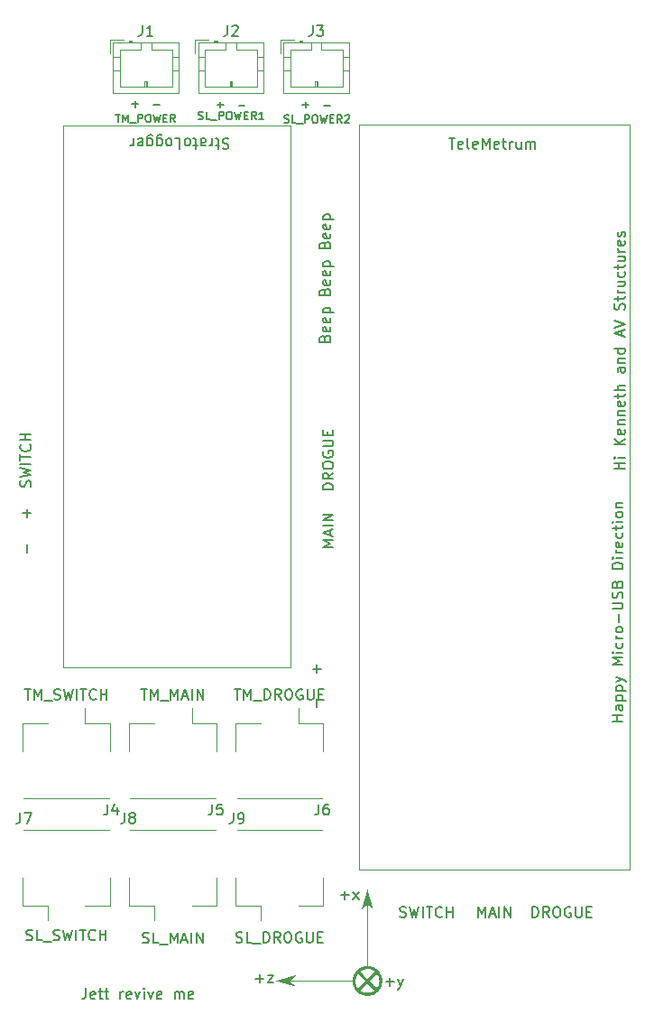
<source format=gbr>
%TF.GenerationSoftware,KiCad,Pcbnew,6.0.2*%
%TF.CreationDate,2022-02-14T22:33:10-06:00*%
%TF.ProjectId,ALTIMETER_HOLDER,414c5449-4d45-4544-9552-5f484f4c4445,rev?*%
%TF.SameCoordinates,Original*%
%TF.FileFunction,Legend,Top*%
%TF.FilePolarity,Positive*%
%FSLAX46Y46*%
G04 Gerber Fmt 4.6, Leading zero omitted, Abs format (unit mm)*
G04 Created by KiCad (PCBNEW 6.0.2) date 2022-02-14 22:33:10*
%MOMM*%
%LPD*%
G01*
G04 APERTURE LIST*
%ADD10C,0.150000*%
%ADD11C,0.200000*%
%ADD12C,0.120000*%
G04 APERTURE END LIST*
D10*
X18328571Y-9603571D02*
X18435714Y-9639285D01*
X18614285Y-9639285D01*
X18685714Y-9603571D01*
X18721428Y-9567857D01*
X18757142Y-9496428D01*
X18757142Y-9425000D01*
X18721428Y-9353571D01*
X18685714Y-9317857D01*
X18614285Y-9282142D01*
X18471428Y-9246428D01*
X18400000Y-9210714D01*
X18364285Y-9175000D01*
X18328571Y-9103571D01*
X18328571Y-9032142D01*
X18364285Y-8960714D01*
X18400000Y-8925000D01*
X18471428Y-8889285D01*
X18650000Y-8889285D01*
X18757142Y-8925000D01*
X19435714Y-9639285D02*
X19078571Y-9639285D01*
X19078571Y-8889285D01*
X19507142Y-9710714D02*
X20078571Y-9710714D01*
X20257142Y-9639285D02*
X20257142Y-8889285D01*
X20542857Y-8889285D01*
X20614285Y-8925000D01*
X20650000Y-8960714D01*
X20685714Y-9032142D01*
X20685714Y-9139285D01*
X20650000Y-9210714D01*
X20614285Y-9246428D01*
X20542857Y-9282142D01*
X20257142Y-9282142D01*
X21150000Y-8889285D02*
X21292857Y-8889285D01*
X21364285Y-8925000D01*
X21435714Y-8996428D01*
X21471428Y-9139285D01*
X21471428Y-9389285D01*
X21435714Y-9532142D01*
X21364285Y-9603571D01*
X21292857Y-9639285D01*
X21150000Y-9639285D01*
X21078571Y-9603571D01*
X21007142Y-9532142D01*
X20971428Y-9389285D01*
X20971428Y-9139285D01*
X21007142Y-8996428D01*
X21078571Y-8925000D01*
X21150000Y-8889285D01*
X21721428Y-8889285D02*
X21900000Y-9639285D01*
X22042857Y-9103571D01*
X22185714Y-9639285D01*
X22364285Y-8889285D01*
X22650000Y-9246428D02*
X22900000Y-9246428D01*
X23007142Y-9639285D02*
X22650000Y-9639285D01*
X22650000Y-8889285D01*
X23007142Y-8889285D01*
X23757142Y-9639285D02*
X23507142Y-9282142D01*
X23328571Y-9639285D02*
X23328571Y-8889285D01*
X23614285Y-8889285D01*
X23685714Y-8925000D01*
X23721428Y-8960714D01*
X23757142Y-9032142D01*
X23757142Y-9139285D01*
X23721428Y-9210714D01*
X23685714Y-9246428D01*
X23614285Y-9282142D01*
X23328571Y-9282142D01*
X24471428Y-9639285D02*
X24042857Y-9639285D01*
X24257142Y-9639285D02*
X24257142Y-8889285D01*
X24185714Y-8996428D01*
X24114285Y-9067857D01*
X24042857Y-9103571D01*
X13116666Y-86804761D02*
X13259523Y-86852380D01*
X13497619Y-86852380D01*
X13592857Y-86804761D01*
X13640476Y-86757142D01*
X13688095Y-86661904D01*
X13688095Y-86566666D01*
X13640476Y-86471428D01*
X13592857Y-86423809D01*
X13497619Y-86376190D01*
X13307142Y-86328571D01*
X13211904Y-86280952D01*
X13164285Y-86233333D01*
X13116666Y-86138095D01*
X13116666Y-86042857D01*
X13164285Y-85947619D01*
X13211904Y-85900000D01*
X13307142Y-85852380D01*
X13545238Y-85852380D01*
X13688095Y-85900000D01*
X14592857Y-86852380D02*
X14116666Y-86852380D01*
X14116666Y-85852380D01*
X14688095Y-86947619D02*
X15450000Y-86947619D01*
X15688095Y-86852380D02*
X15688095Y-85852380D01*
X16021428Y-86566666D01*
X16354761Y-85852380D01*
X16354761Y-86852380D01*
X16783333Y-86566666D02*
X17259523Y-86566666D01*
X16688095Y-86852380D02*
X17021428Y-85852380D01*
X17354761Y-86852380D01*
X17688095Y-86852380D02*
X17688095Y-85852380D01*
X18164285Y-86852380D02*
X18164285Y-85852380D01*
X18735714Y-86852380D01*
X18735714Y-85852380D01*
X12114285Y-8203571D02*
X12685714Y-8203571D01*
X12400000Y-8489285D02*
X12400000Y-7917857D01*
D11*
X31714285Y-82371428D02*
X32476190Y-82371428D01*
X32095238Y-82752380D02*
X32095238Y-81990476D01*
X32857142Y-82752380D02*
X33380952Y-82085714D01*
X32857142Y-82085714D02*
X33380952Y-82752380D01*
D10*
X30203571Y-30144047D02*
X30251190Y-30001190D01*
X30298809Y-29953571D01*
X30394047Y-29905952D01*
X30536904Y-29905952D01*
X30632142Y-29953571D01*
X30679761Y-30001190D01*
X30727380Y-30096428D01*
X30727380Y-30477380D01*
X29727380Y-30477380D01*
X29727380Y-30144047D01*
X29775000Y-30048809D01*
X29822619Y-30001190D01*
X29917857Y-29953571D01*
X30013095Y-29953571D01*
X30108333Y-30001190D01*
X30155952Y-30048809D01*
X30203571Y-30144047D01*
X30203571Y-30477380D01*
X30679761Y-29096428D02*
X30727380Y-29191666D01*
X30727380Y-29382142D01*
X30679761Y-29477380D01*
X30584523Y-29525000D01*
X30203571Y-29525000D01*
X30108333Y-29477380D01*
X30060714Y-29382142D01*
X30060714Y-29191666D01*
X30108333Y-29096428D01*
X30203571Y-29048809D01*
X30298809Y-29048809D01*
X30394047Y-29525000D01*
X30679761Y-28239285D02*
X30727380Y-28334523D01*
X30727380Y-28525000D01*
X30679761Y-28620238D01*
X30584523Y-28667857D01*
X30203571Y-28667857D01*
X30108333Y-28620238D01*
X30060714Y-28525000D01*
X30060714Y-28334523D01*
X30108333Y-28239285D01*
X30203571Y-28191666D01*
X30298809Y-28191666D01*
X30394047Y-28667857D01*
X30060714Y-27763095D02*
X31060714Y-27763095D01*
X30108333Y-27763095D02*
X30060714Y-27667857D01*
X30060714Y-27477380D01*
X30108333Y-27382142D01*
X30155952Y-27334523D01*
X30251190Y-27286904D01*
X30536904Y-27286904D01*
X30632142Y-27334523D01*
X30679761Y-27382142D01*
X30727380Y-27477380D01*
X30727380Y-27667857D01*
X30679761Y-27763095D01*
X30203571Y-25763095D02*
X30251190Y-25620238D01*
X30298809Y-25572619D01*
X30394047Y-25525000D01*
X30536904Y-25525000D01*
X30632142Y-25572619D01*
X30679761Y-25620238D01*
X30727380Y-25715476D01*
X30727380Y-26096428D01*
X29727380Y-26096428D01*
X29727380Y-25763095D01*
X29775000Y-25667857D01*
X29822619Y-25620238D01*
X29917857Y-25572619D01*
X30013095Y-25572619D01*
X30108333Y-25620238D01*
X30155952Y-25667857D01*
X30203571Y-25763095D01*
X30203571Y-26096428D01*
X30679761Y-24715476D02*
X30727380Y-24810714D01*
X30727380Y-25001190D01*
X30679761Y-25096428D01*
X30584523Y-25144047D01*
X30203571Y-25144047D01*
X30108333Y-25096428D01*
X30060714Y-25001190D01*
X30060714Y-24810714D01*
X30108333Y-24715476D01*
X30203571Y-24667857D01*
X30298809Y-24667857D01*
X30394047Y-25144047D01*
X30679761Y-23858333D02*
X30727380Y-23953571D01*
X30727380Y-24144047D01*
X30679761Y-24239285D01*
X30584523Y-24286904D01*
X30203571Y-24286904D01*
X30108333Y-24239285D01*
X30060714Y-24144047D01*
X30060714Y-23953571D01*
X30108333Y-23858333D01*
X30203571Y-23810714D01*
X30298809Y-23810714D01*
X30394047Y-24286904D01*
X30060714Y-23382142D02*
X31060714Y-23382142D01*
X30108333Y-23382142D02*
X30060714Y-23286904D01*
X30060714Y-23096428D01*
X30108333Y-23001190D01*
X30155952Y-22953571D01*
X30251190Y-22905952D01*
X30536904Y-22905952D01*
X30632142Y-22953571D01*
X30679761Y-23001190D01*
X30727380Y-23096428D01*
X30727380Y-23286904D01*
X30679761Y-23382142D01*
X30203571Y-21382142D02*
X30251190Y-21239285D01*
X30298809Y-21191666D01*
X30394047Y-21144047D01*
X30536904Y-21144047D01*
X30632142Y-21191666D01*
X30679761Y-21239285D01*
X30727380Y-21334523D01*
X30727380Y-21715476D01*
X29727380Y-21715476D01*
X29727380Y-21382142D01*
X29775000Y-21286904D01*
X29822619Y-21239285D01*
X29917857Y-21191666D01*
X30013095Y-21191666D01*
X30108333Y-21239285D01*
X30155952Y-21286904D01*
X30203571Y-21382142D01*
X30203571Y-21715476D01*
X30679761Y-20334523D02*
X30727380Y-20429761D01*
X30727380Y-20620238D01*
X30679761Y-20715476D01*
X30584523Y-20763095D01*
X30203571Y-20763095D01*
X30108333Y-20715476D01*
X30060714Y-20620238D01*
X30060714Y-20429761D01*
X30108333Y-20334523D01*
X30203571Y-20286904D01*
X30298809Y-20286904D01*
X30394047Y-20763095D01*
X30679761Y-19477380D02*
X30727380Y-19572619D01*
X30727380Y-19763095D01*
X30679761Y-19858333D01*
X30584523Y-19905952D01*
X30203571Y-19905952D01*
X30108333Y-19858333D01*
X30060714Y-19763095D01*
X30060714Y-19572619D01*
X30108333Y-19477380D01*
X30203571Y-19429761D01*
X30298809Y-19429761D01*
X30394047Y-19905952D01*
X30060714Y-19001190D02*
X31060714Y-19001190D01*
X30108333Y-19001190D02*
X30060714Y-18905952D01*
X30060714Y-18715476D01*
X30108333Y-18620238D01*
X30155952Y-18572619D01*
X30251190Y-18525000D01*
X30536904Y-18525000D01*
X30632142Y-18572619D01*
X30679761Y-18620238D01*
X30727380Y-18715476D01*
X30727380Y-18905952D01*
X30679761Y-19001190D01*
X10560714Y-9139285D02*
X10989285Y-9139285D01*
X10775000Y-9889285D02*
X10775000Y-9139285D01*
X11239285Y-9889285D02*
X11239285Y-9139285D01*
X11489285Y-9675000D01*
X11739285Y-9139285D01*
X11739285Y-9889285D01*
X11917857Y-9960714D02*
X12489285Y-9960714D01*
X12667857Y-9889285D02*
X12667857Y-9139285D01*
X12953571Y-9139285D01*
X13025000Y-9175000D01*
X13060714Y-9210714D01*
X13096428Y-9282142D01*
X13096428Y-9389285D01*
X13060714Y-9460714D01*
X13025000Y-9496428D01*
X12953571Y-9532142D01*
X12667857Y-9532142D01*
X13560714Y-9139285D02*
X13703571Y-9139285D01*
X13775000Y-9175000D01*
X13846428Y-9246428D01*
X13882142Y-9389285D01*
X13882142Y-9639285D01*
X13846428Y-9782142D01*
X13775000Y-9853571D01*
X13703571Y-9889285D01*
X13560714Y-9889285D01*
X13489285Y-9853571D01*
X13417857Y-9782142D01*
X13382142Y-9639285D01*
X13382142Y-9389285D01*
X13417857Y-9246428D01*
X13489285Y-9175000D01*
X13560714Y-9139285D01*
X14132142Y-9139285D02*
X14310714Y-9889285D01*
X14453571Y-9353571D01*
X14596428Y-9889285D01*
X14775000Y-9139285D01*
X15060714Y-9496428D02*
X15310714Y-9496428D01*
X15417857Y-9889285D02*
X15060714Y-9889285D01*
X15060714Y-9139285D01*
X15417857Y-9139285D01*
X16167857Y-9889285D02*
X15917857Y-9532142D01*
X15739285Y-9889285D02*
X15739285Y-9139285D01*
X16025000Y-9139285D01*
X16096428Y-9175000D01*
X16132142Y-9210714D01*
X16167857Y-9282142D01*
X16167857Y-9389285D01*
X16132142Y-9460714D01*
X16096428Y-9496428D01*
X16025000Y-9532142D01*
X15739285Y-9532142D01*
X58177380Y-66038095D02*
X57177380Y-66038095D01*
X57653571Y-66038095D02*
X57653571Y-65466666D01*
X58177380Y-65466666D02*
X57177380Y-65466666D01*
X58177380Y-64561904D02*
X57653571Y-64561904D01*
X57558333Y-64609523D01*
X57510714Y-64704761D01*
X57510714Y-64895238D01*
X57558333Y-64990476D01*
X58129761Y-64561904D02*
X58177380Y-64657142D01*
X58177380Y-64895238D01*
X58129761Y-64990476D01*
X58034523Y-65038095D01*
X57939285Y-65038095D01*
X57844047Y-64990476D01*
X57796428Y-64895238D01*
X57796428Y-64657142D01*
X57748809Y-64561904D01*
X57510714Y-64085714D02*
X58510714Y-64085714D01*
X57558333Y-64085714D02*
X57510714Y-63990476D01*
X57510714Y-63800000D01*
X57558333Y-63704761D01*
X57605952Y-63657142D01*
X57701190Y-63609523D01*
X57986904Y-63609523D01*
X58082142Y-63657142D01*
X58129761Y-63704761D01*
X58177380Y-63800000D01*
X58177380Y-63990476D01*
X58129761Y-64085714D01*
X57510714Y-63180952D02*
X58510714Y-63180952D01*
X57558333Y-63180952D02*
X57510714Y-63085714D01*
X57510714Y-62895238D01*
X57558333Y-62800000D01*
X57605952Y-62752380D01*
X57701190Y-62704761D01*
X57986904Y-62704761D01*
X58082142Y-62752380D01*
X58129761Y-62800000D01*
X58177380Y-62895238D01*
X58177380Y-63085714D01*
X58129761Y-63180952D01*
X57510714Y-62371428D02*
X58177380Y-62133333D01*
X57510714Y-61895238D02*
X58177380Y-62133333D01*
X58415476Y-62228571D01*
X58463095Y-62276190D01*
X58510714Y-62371428D01*
X58177380Y-60752380D02*
X57177380Y-60752380D01*
X57891666Y-60419047D01*
X57177380Y-60085714D01*
X58177380Y-60085714D01*
X58177380Y-59609523D02*
X57510714Y-59609523D01*
X57177380Y-59609523D02*
X57225000Y-59657142D01*
X57272619Y-59609523D01*
X57225000Y-59561904D01*
X57177380Y-59609523D01*
X57272619Y-59609523D01*
X58129761Y-58704761D02*
X58177380Y-58800000D01*
X58177380Y-58990476D01*
X58129761Y-59085714D01*
X58082142Y-59133333D01*
X57986904Y-59180952D01*
X57701190Y-59180952D01*
X57605952Y-59133333D01*
X57558333Y-59085714D01*
X57510714Y-58990476D01*
X57510714Y-58800000D01*
X57558333Y-58704761D01*
X58177380Y-58276190D02*
X57510714Y-58276190D01*
X57701190Y-58276190D02*
X57605952Y-58228571D01*
X57558333Y-58180952D01*
X57510714Y-58085714D01*
X57510714Y-57990476D01*
X58177380Y-57514285D02*
X58129761Y-57609523D01*
X58082142Y-57657142D01*
X57986904Y-57704761D01*
X57701190Y-57704761D01*
X57605952Y-57657142D01*
X57558333Y-57609523D01*
X57510714Y-57514285D01*
X57510714Y-57371428D01*
X57558333Y-57276190D01*
X57605952Y-57228571D01*
X57701190Y-57180952D01*
X57986904Y-57180952D01*
X58082142Y-57228571D01*
X58129761Y-57276190D01*
X58177380Y-57371428D01*
X58177380Y-57514285D01*
X57796428Y-56752380D02*
X57796428Y-55990476D01*
X57177380Y-55514285D02*
X57986904Y-55514285D01*
X58082142Y-55466666D01*
X58129761Y-55419047D01*
X58177380Y-55323809D01*
X58177380Y-55133333D01*
X58129761Y-55038095D01*
X58082142Y-54990476D01*
X57986904Y-54942857D01*
X57177380Y-54942857D01*
X58129761Y-54514285D02*
X58177380Y-54371428D01*
X58177380Y-54133333D01*
X58129761Y-54038095D01*
X58082142Y-53990476D01*
X57986904Y-53942857D01*
X57891666Y-53942857D01*
X57796428Y-53990476D01*
X57748809Y-54038095D01*
X57701190Y-54133333D01*
X57653571Y-54323809D01*
X57605952Y-54419047D01*
X57558333Y-54466666D01*
X57463095Y-54514285D01*
X57367857Y-54514285D01*
X57272619Y-54466666D01*
X57225000Y-54419047D01*
X57177380Y-54323809D01*
X57177380Y-54085714D01*
X57225000Y-53942857D01*
X57653571Y-53180952D02*
X57701190Y-53038095D01*
X57748809Y-52990476D01*
X57844047Y-52942857D01*
X57986904Y-52942857D01*
X58082142Y-52990476D01*
X58129761Y-53038095D01*
X58177380Y-53133333D01*
X58177380Y-53514285D01*
X57177380Y-53514285D01*
X57177380Y-53180952D01*
X57225000Y-53085714D01*
X57272619Y-53038095D01*
X57367857Y-52990476D01*
X57463095Y-52990476D01*
X57558333Y-53038095D01*
X57605952Y-53085714D01*
X57653571Y-53180952D01*
X57653571Y-53514285D01*
X58177380Y-51752380D02*
X57177380Y-51752380D01*
X57177380Y-51514285D01*
X57225000Y-51371428D01*
X57320238Y-51276190D01*
X57415476Y-51228571D01*
X57605952Y-51180952D01*
X57748809Y-51180952D01*
X57939285Y-51228571D01*
X58034523Y-51276190D01*
X58129761Y-51371428D01*
X58177380Y-51514285D01*
X58177380Y-51752380D01*
X58177380Y-50752380D02*
X57510714Y-50752380D01*
X57177380Y-50752380D02*
X57225000Y-50800000D01*
X57272619Y-50752380D01*
X57225000Y-50704761D01*
X57177380Y-50752380D01*
X57272619Y-50752380D01*
X58177380Y-50276190D02*
X57510714Y-50276190D01*
X57701190Y-50276190D02*
X57605952Y-50228571D01*
X57558333Y-50180952D01*
X57510714Y-50085714D01*
X57510714Y-49990476D01*
X58129761Y-49276190D02*
X58177380Y-49371428D01*
X58177380Y-49561904D01*
X58129761Y-49657142D01*
X58034523Y-49704761D01*
X57653571Y-49704761D01*
X57558333Y-49657142D01*
X57510714Y-49561904D01*
X57510714Y-49371428D01*
X57558333Y-49276190D01*
X57653571Y-49228571D01*
X57748809Y-49228571D01*
X57844047Y-49704761D01*
X58129761Y-48371428D02*
X58177380Y-48466666D01*
X58177380Y-48657142D01*
X58129761Y-48752380D01*
X58082142Y-48800000D01*
X57986904Y-48847619D01*
X57701190Y-48847619D01*
X57605952Y-48800000D01*
X57558333Y-48752380D01*
X57510714Y-48657142D01*
X57510714Y-48466666D01*
X57558333Y-48371428D01*
X57510714Y-48085714D02*
X57510714Y-47704761D01*
X57177380Y-47942857D02*
X58034523Y-47942857D01*
X58129761Y-47895238D01*
X58177380Y-47800000D01*
X58177380Y-47704761D01*
X58177380Y-47371428D02*
X57510714Y-47371428D01*
X57177380Y-47371428D02*
X57225000Y-47419047D01*
X57272619Y-47371428D01*
X57225000Y-47323809D01*
X57177380Y-47371428D01*
X57272619Y-47371428D01*
X58177380Y-46752380D02*
X58129761Y-46847619D01*
X58082142Y-46895238D01*
X57986904Y-46942857D01*
X57701190Y-46942857D01*
X57605952Y-46895238D01*
X57558333Y-46847619D01*
X57510714Y-46752380D01*
X57510714Y-46609523D01*
X57558333Y-46514285D01*
X57605952Y-46466666D01*
X57701190Y-46419047D01*
X57986904Y-46419047D01*
X58082142Y-46466666D01*
X58129761Y-46514285D01*
X58177380Y-46609523D01*
X58177380Y-46752380D01*
X57510714Y-45990476D02*
X58177380Y-45990476D01*
X57605952Y-45990476D02*
X57558333Y-45942857D01*
X57510714Y-45847619D01*
X57510714Y-45704761D01*
X57558333Y-45609523D01*
X57653571Y-45561904D01*
X58177380Y-45561904D01*
X22114285Y-8303571D02*
X22685714Y-8303571D01*
X7769047Y-91077380D02*
X7769047Y-91791666D01*
X7721428Y-91934523D01*
X7626190Y-92029761D01*
X7483333Y-92077380D01*
X7388095Y-92077380D01*
X8626190Y-92029761D02*
X8530952Y-92077380D01*
X8340476Y-92077380D01*
X8245238Y-92029761D01*
X8197619Y-91934523D01*
X8197619Y-91553571D01*
X8245238Y-91458333D01*
X8340476Y-91410714D01*
X8530952Y-91410714D01*
X8626190Y-91458333D01*
X8673809Y-91553571D01*
X8673809Y-91648809D01*
X8197619Y-91744047D01*
X8959523Y-91410714D02*
X9340476Y-91410714D01*
X9102380Y-91077380D02*
X9102380Y-91934523D01*
X9150000Y-92029761D01*
X9245238Y-92077380D01*
X9340476Y-92077380D01*
X9530952Y-91410714D02*
X9911904Y-91410714D01*
X9673809Y-91077380D02*
X9673809Y-91934523D01*
X9721428Y-92029761D01*
X9816666Y-92077380D01*
X9911904Y-92077380D01*
X11007142Y-92077380D02*
X11007142Y-91410714D01*
X11007142Y-91601190D02*
X11054761Y-91505952D01*
X11102380Y-91458333D01*
X11197619Y-91410714D01*
X11292857Y-91410714D01*
X12007142Y-92029761D02*
X11911904Y-92077380D01*
X11721428Y-92077380D01*
X11626190Y-92029761D01*
X11578571Y-91934523D01*
X11578571Y-91553571D01*
X11626190Y-91458333D01*
X11721428Y-91410714D01*
X11911904Y-91410714D01*
X12007142Y-91458333D01*
X12054761Y-91553571D01*
X12054761Y-91648809D01*
X11578571Y-91744047D01*
X12388095Y-91410714D02*
X12626190Y-92077380D01*
X12864285Y-91410714D01*
X13245238Y-92077380D02*
X13245238Y-91410714D01*
X13245238Y-91077380D02*
X13197619Y-91125000D01*
X13245238Y-91172619D01*
X13292857Y-91125000D01*
X13245238Y-91077380D01*
X13245238Y-91172619D01*
X13626190Y-91410714D02*
X13864285Y-92077380D01*
X14102380Y-91410714D01*
X14864285Y-92029761D02*
X14769047Y-92077380D01*
X14578571Y-92077380D01*
X14483333Y-92029761D01*
X14435714Y-91934523D01*
X14435714Y-91553571D01*
X14483333Y-91458333D01*
X14578571Y-91410714D01*
X14769047Y-91410714D01*
X14864285Y-91458333D01*
X14911904Y-91553571D01*
X14911904Y-91648809D01*
X14435714Y-91744047D01*
X16102380Y-92077380D02*
X16102380Y-91410714D01*
X16102380Y-91505952D02*
X16150000Y-91458333D01*
X16245238Y-91410714D01*
X16388095Y-91410714D01*
X16483333Y-91458333D01*
X16530952Y-91553571D01*
X16530952Y-92077380D01*
X16530952Y-91553571D02*
X16578571Y-91458333D01*
X16673809Y-91410714D01*
X16816666Y-91410714D01*
X16911904Y-91458333D01*
X16959523Y-91553571D01*
X16959523Y-92077380D01*
X17816666Y-92029761D02*
X17721428Y-92077380D01*
X17530952Y-92077380D01*
X17435714Y-92029761D01*
X17388095Y-91934523D01*
X17388095Y-91553571D01*
X17435714Y-91458333D01*
X17530952Y-91410714D01*
X17721428Y-91410714D01*
X17816666Y-91458333D01*
X17864285Y-91553571D01*
X17864285Y-91648809D01*
X17388095Y-91744047D01*
X26378571Y-9903571D02*
X26485714Y-9939285D01*
X26664285Y-9939285D01*
X26735714Y-9903571D01*
X26771428Y-9867857D01*
X26807142Y-9796428D01*
X26807142Y-9725000D01*
X26771428Y-9653571D01*
X26735714Y-9617857D01*
X26664285Y-9582142D01*
X26521428Y-9546428D01*
X26450000Y-9510714D01*
X26414285Y-9475000D01*
X26378571Y-9403571D01*
X26378571Y-9332142D01*
X26414285Y-9260714D01*
X26450000Y-9225000D01*
X26521428Y-9189285D01*
X26700000Y-9189285D01*
X26807142Y-9225000D01*
X27485714Y-9939285D02*
X27128571Y-9939285D01*
X27128571Y-9189285D01*
X27557142Y-10010714D02*
X28128571Y-10010714D01*
X28307142Y-9939285D02*
X28307142Y-9189285D01*
X28592857Y-9189285D01*
X28664285Y-9225000D01*
X28700000Y-9260714D01*
X28735714Y-9332142D01*
X28735714Y-9439285D01*
X28700000Y-9510714D01*
X28664285Y-9546428D01*
X28592857Y-9582142D01*
X28307142Y-9582142D01*
X29200000Y-9189285D02*
X29342857Y-9189285D01*
X29414285Y-9225000D01*
X29485714Y-9296428D01*
X29521428Y-9439285D01*
X29521428Y-9689285D01*
X29485714Y-9832142D01*
X29414285Y-9903571D01*
X29342857Y-9939285D01*
X29200000Y-9939285D01*
X29128571Y-9903571D01*
X29057142Y-9832142D01*
X29021428Y-9689285D01*
X29021428Y-9439285D01*
X29057142Y-9296428D01*
X29128571Y-9225000D01*
X29200000Y-9189285D01*
X29771428Y-9189285D02*
X29950000Y-9939285D01*
X30092857Y-9403571D01*
X30235714Y-9939285D01*
X30414285Y-9189285D01*
X30700000Y-9546428D02*
X30950000Y-9546428D01*
X31057142Y-9939285D02*
X30700000Y-9939285D01*
X30700000Y-9189285D01*
X31057142Y-9189285D01*
X31807142Y-9939285D02*
X31557142Y-9582142D01*
X31378571Y-9939285D02*
X31378571Y-9189285D01*
X31664285Y-9189285D01*
X31735714Y-9225000D01*
X31771428Y-9260714D01*
X31807142Y-9332142D01*
X31807142Y-9439285D01*
X31771428Y-9510714D01*
X31735714Y-9546428D01*
X31664285Y-9582142D01*
X31378571Y-9582142D01*
X32092857Y-9260714D02*
X32128571Y-9225000D01*
X32200000Y-9189285D01*
X32378571Y-9189285D01*
X32450000Y-9225000D01*
X32485714Y-9260714D01*
X32521428Y-9332142D01*
X32521428Y-9403571D01*
X32485714Y-9510714D01*
X32057142Y-9939285D01*
X32521428Y-9939285D01*
X2188095Y-86554761D02*
X2330952Y-86602380D01*
X2569047Y-86602380D01*
X2664285Y-86554761D01*
X2711904Y-86507142D01*
X2759523Y-86411904D01*
X2759523Y-86316666D01*
X2711904Y-86221428D01*
X2664285Y-86173809D01*
X2569047Y-86126190D01*
X2378571Y-86078571D01*
X2283333Y-86030952D01*
X2235714Y-85983333D01*
X2188095Y-85888095D01*
X2188095Y-85792857D01*
X2235714Y-85697619D01*
X2283333Y-85650000D01*
X2378571Y-85602380D01*
X2616666Y-85602380D01*
X2759523Y-85650000D01*
X3664285Y-86602380D02*
X3188095Y-86602380D01*
X3188095Y-85602380D01*
X3759523Y-86697619D02*
X4521428Y-86697619D01*
X4711904Y-86554761D02*
X4854761Y-86602380D01*
X5092857Y-86602380D01*
X5188095Y-86554761D01*
X5235714Y-86507142D01*
X5283333Y-86411904D01*
X5283333Y-86316666D01*
X5235714Y-86221428D01*
X5188095Y-86173809D01*
X5092857Y-86126190D01*
X4902380Y-86078571D01*
X4807142Y-86030952D01*
X4759523Y-85983333D01*
X4711904Y-85888095D01*
X4711904Y-85792857D01*
X4759523Y-85697619D01*
X4807142Y-85650000D01*
X4902380Y-85602380D01*
X5140476Y-85602380D01*
X5283333Y-85650000D01*
X5616666Y-85602380D02*
X5854761Y-86602380D01*
X6045238Y-85888095D01*
X6235714Y-86602380D01*
X6473809Y-85602380D01*
X6854761Y-86602380D02*
X6854761Y-85602380D01*
X7188095Y-85602380D02*
X7759523Y-85602380D01*
X7473809Y-86602380D02*
X7473809Y-85602380D01*
X8664285Y-86507142D02*
X8616666Y-86554761D01*
X8473809Y-86602380D01*
X8378571Y-86602380D01*
X8235714Y-86554761D01*
X8140476Y-86459523D01*
X8092857Y-86364285D01*
X8045238Y-86173809D01*
X8045238Y-86030952D01*
X8092857Y-85840476D01*
X8140476Y-85745238D01*
X8235714Y-85650000D01*
X8378571Y-85602380D01*
X8473809Y-85602380D01*
X8616666Y-85650000D01*
X8664285Y-85697619D01*
X9092857Y-86602380D02*
X9092857Y-85602380D01*
X9092857Y-86078571D02*
X9664285Y-86078571D01*
X9664285Y-86602380D02*
X9664285Y-85602380D01*
X58352380Y-42395238D02*
X57352380Y-42395238D01*
X57828571Y-42395238D02*
X57828571Y-41823809D01*
X58352380Y-41823809D02*
X57352380Y-41823809D01*
X58352380Y-41347619D02*
X57685714Y-41347619D01*
X57352380Y-41347619D02*
X57400000Y-41395238D01*
X57447619Y-41347619D01*
X57400000Y-41300000D01*
X57352380Y-41347619D01*
X57447619Y-41347619D01*
X58352380Y-40109523D02*
X57352380Y-40109523D01*
X58352380Y-39538095D02*
X57780952Y-39966666D01*
X57352380Y-39538095D02*
X57923809Y-40109523D01*
X58304761Y-38728571D02*
X58352380Y-38823809D01*
X58352380Y-39014285D01*
X58304761Y-39109523D01*
X58209523Y-39157142D01*
X57828571Y-39157142D01*
X57733333Y-39109523D01*
X57685714Y-39014285D01*
X57685714Y-38823809D01*
X57733333Y-38728571D01*
X57828571Y-38680952D01*
X57923809Y-38680952D01*
X58019047Y-39157142D01*
X57685714Y-38252380D02*
X58352380Y-38252380D01*
X57780952Y-38252380D02*
X57733333Y-38204761D01*
X57685714Y-38109523D01*
X57685714Y-37966666D01*
X57733333Y-37871428D01*
X57828571Y-37823809D01*
X58352380Y-37823809D01*
X57685714Y-37347619D02*
X58352380Y-37347619D01*
X57780952Y-37347619D02*
X57733333Y-37300000D01*
X57685714Y-37204761D01*
X57685714Y-37061904D01*
X57733333Y-36966666D01*
X57828571Y-36919047D01*
X58352380Y-36919047D01*
X58304761Y-36061904D02*
X58352380Y-36157142D01*
X58352380Y-36347619D01*
X58304761Y-36442857D01*
X58209523Y-36490476D01*
X57828571Y-36490476D01*
X57733333Y-36442857D01*
X57685714Y-36347619D01*
X57685714Y-36157142D01*
X57733333Y-36061904D01*
X57828571Y-36014285D01*
X57923809Y-36014285D01*
X58019047Y-36490476D01*
X57685714Y-35728571D02*
X57685714Y-35347619D01*
X57352380Y-35585714D02*
X58209523Y-35585714D01*
X58304761Y-35538095D01*
X58352380Y-35442857D01*
X58352380Y-35347619D01*
X58352380Y-35014285D02*
X57352380Y-35014285D01*
X58352380Y-34585714D02*
X57828571Y-34585714D01*
X57733333Y-34633333D01*
X57685714Y-34728571D01*
X57685714Y-34871428D01*
X57733333Y-34966666D01*
X57780952Y-35014285D01*
X58352380Y-32919047D02*
X57828571Y-32919047D01*
X57733333Y-32966666D01*
X57685714Y-33061904D01*
X57685714Y-33252380D01*
X57733333Y-33347619D01*
X58304761Y-32919047D02*
X58352380Y-33014285D01*
X58352380Y-33252380D01*
X58304761Y-33347619D01*
X58209523Y-33395238D01*
X58114285Y-33395238D01*
X58019047Y-33347619D01*
X57971428Y-33252380D01*
X57971428Y-33014285D01*
X57923809Y-32919047D01*
X57685714Y-32442857D02*
X58352380Y-32442857D01*
X57780952Y-32442857D02*
X57733333Y-32395238D01*
X57685714Y-32300000D01*
X57685714Y-32157142D01*
X57733333Y-32061904D01*
X57828571Y-32014285D01*
X58352380Y-32014285D01*
X58352380Y-31109523D02*
X57352380Y-31109523D01*
X58304761Y-31109523D02*
X58352380Y-31204761D01*
X58352380Y-31395238D01*
X58304761Y-31490476D01*
X58257142Y-31538095D01*
X58161904Y-31585714D01*
X57876190Y-31585714D01*
X57780952Y-31538095D01*
X57733333Y-31490476D01*
X57685714Y-31395238D01*
X57685714Y-31204761D01*
X57733333Y-31109523D01*
X58066666Y-29919047D02*
X58066666Y-29442857D01*
X58352380Y-30014285D02*
X57352380Y-29680952D01*
X58352380Y-29347619D01*
X57352380Y-29157142D02*
X58352380Y-28823809D01*
X57352380Y-28490476D01*
X58304761Y-27442857D02*
X58352380Y-27300000D01*
X58352380Y-27061904D01*
X58304761Y-26966666D01*
X58257142Y-26919047D01*
X58161904Y-26871428D01*
X58066666Y-26871428D01*
X57971428Y-26919047D01*
X57923809Y-26966666D01*
X57876190Y-27061904D01*
X57828571Y-27252380D01*
X57780952Y-27347619D01*
X57733333Y-27395238D01*
X57638095Y-27442857D01*
X57542857Y-27442857D01*
X57447619Y-27395238D01*
X57400000Y-27347619D01*
X57352380Y-27252380D01*
X57352380Y-27014285D01*
X57400000Y-26871428D01*
X57685714Y-26585714D02*
X57685714Y-26204761D01*
X57352380Y-26442857D02*
X58209523Y-26442857D01*
X58304761Y-26395238D01*
X58352380Y-26300000D01*
X58352380Y-26204761D01*
X58352380Y-25871428D02*
X57685714Y-25871428D01*
X57876190Y-25871428D02*
X57780952Y-25823809D01*
X57733333Y-25776190D01*
X57685714Y-25680952D01*
X57685714Y-25585714D01*
X57685714Y-24823809D02*
X58352380Y-24823809D01*
X57685714Y-25252380D02*
X58209523Y-25252380D01*
X58304761Y-25204761D01*
X58352380Y-25109523D01*
X58352380Y-24966666D01*
X58304761Y-24871428D01*
X58257142Y-24823809D01*
X58304761Y-23919047D02*
X58352380Y-24014285D01*
X58352380Y-24204761D01*
X58304761Y-24300000D01*
X58257142Y-24347619D01*
X58161904Y-24395238D01*
X57876190Y-24395238D01*
X57780952Y-24347619D01*
X57733333Y-24300000D01*
X57685714Y-24204761D01*
X57685714Y-24014285D01*
X57733333Y-23919047D01*
X57685714Y-23633333D02*
X57685714Y-23252380D01*
X57352380Y-23490476D02*
X58209523Y-23490476D01*
X58304761Y-23442857D01*
X58352380Y-23347619D01*
X58352380Y-23252380D01*
X57685714Y-22490476D02*
X58352380Y-22490476D01*
X57685714Y-22919047D02*
X58209523Y-22919047D01*
X58304761Y-22871428D01*
X58352380Y-22776190D01*
X58352380Y-22633333D01*
X58304761Y-22538095D01*
X58257142Y-22490476D01*
X58352380Y-22014285D02*
X57685714Y-22014285D01*
X57876190Y-22014285D02*
X57780952Y-21966666D01*
X57733333Y-21919047D01*
X57685714Y-21823809D01*
X57685714Y-21728571D01*
X58304761Y-21014285D02*
X58352380Y-21109523D01*
X58352380Y-21300000D01*
X58304761Y-21395238D01*
X58209523Y-21442857D01*
X57828571Y-21442857D01*
X57733333Y-21395238D01*
X57685714Y-21300000D01*
X57685714Y-21109523D01*
X57733333Y-21014285D01*
X57828571Y-20966666D01*
X57923809Y-20966666D01*
X58019047Y-21442857D01*
X58304761Y-20585714D02*
X58352380Y-20490476D01*
X58352380Y-20300000D01*
X58304761Y-20204761D01*
X58209523Y-20157142D01*
X58161904Y-20157142D01*
X58066666Y-20204761D01*
X58019047Y-20300000D01*
X58019047Y-20442857D01*
X57971428Y-20538095D01*
X57876190Y-20585714D01*
X57828571Y-20585714D01*
X57733333Y-20538095D01*
X57685714Y-20442857D01*
X57685714Y-20300000D01*
X57733333Y-20204761D01*
X2021428Y-63027380D02*
X2592857Y-63027380D01*
X2307142Y-64027380D02*
X2307142Y-63027380D01*
X2926190Y-64027380D02*
X2926190Y-63027380D01*
X3259523Y-63741666D01*
X3592857Y-63027380D01*
X3592857Y-64027380D01*
X3830952Y-64122619D02*
X4592857Y-64122619D01*
X4783333Y-63979761D02*
X4926190Y-64027380D01*
X5164285Y-64027380D01*
X5259523Y-63979761D01*
X5307142Y-63932142D01*
X5354761Y-63836904D01*
X5354761Y-63741666D01*
X5307142Y-63646428D01*
X5259523Y-63598809D01*
X5164285Y-63551190D01*
X4973809Y-63503571D01*
X4878571Y-63455952D01*
X4830952Y-63408333D01*
X4783333Y-63313095D01*
X4783333Y-63217857D01*
X4830952Y-63122619D01*
X4878571Y-63075000D01*
X4973809Y-63027380D01*
X5211904Y-63027380D01*
X5354761Y-63075000D01*
X5688095Y-63027380D02*
X5926190Y-64027380D01*
X6116666Y-63313095D01*
X6307142Y-64027380D01*
X6545238Y-63027380D01*
X6926190Y-64027380D02*
X6926190Y-63027380D01*
X7259523Y-63027380D02*
X7830952Y-63027380D01*
X7545238Y-64027380D02*
X7545238Y-63027380D01*
X8735714Y-63932142D02*
X8688095Y-63979761D01*
X8545238Y-64027380D01*
X8449999Y-64027380D01*
X8307142Y-63979761D01*
X8211904Y-63884523D01*
X8164285Y-63789285D01*
X8116666Y-63598809D01*
X8116666Y-63455952D01*
X8164285Y-63265476D01*
X8211904Y-63170238D01*
X8307142Y-63075000D01*
X8449999Y-63027380D01*
X8545238Y-63027380D01*
X8688095Y-63075000D01*
X8735714Y-63122619D01*
X9164285Y-64027380D02*
X9164285Y-63027380D01*
X9164285Y-63503571D02*
X9735714Y-63503571D01*
X9735714Y-64027380D02*
X9735714Y-63027380D01*
X21878571Y-86754761D02*
X22021428Y-86802380D01*
X22259523Y-86802380D01*
X22354761Y-86754761D01*
X22402380Y-86707142D01*
X22450000Y-86611904D01*
X22450000Y-86516666D01*
X22402380Y-86421428D01*
X22354761Y-86373809D01*
X22259523Y-86326190D01*
X22069047Y-86278571D01*
X21973809Y-86230952D01*
X21926190Y-86183333D01*
X21878571Y-86088095D01*
X21878571Y-85992857D01*
X21926190Y-85897619D01*
X21973809Y-85850000D01*
X22069047Y-85802380D01*
X22307142Y-85802380D01*
X22450000Y-85850000D01*
X23354761Y-86802380D02*
X22878571Y-86802380D01*
X22878571Y-85802380D01*
X23450000Y-86897619D02*
X24211904Y-86897619D01*
X24450000Y-86802380D02*
X24450000Y-85802380D01*
X24688095Y-85802380D01*
X24830952Y-85850000D01*
X24926190Y-85945238D01*
X24973809Y-86040476D01*
X25021428Y-86230952D01*
X25021428Y-86373809D01*
X24973809Y-86564285D01*
X24926190Y-86659523D01*
X24830952Y-86754761D01*
X24688095Y-86802380D01*
X24450000Y-86802380D01*
X26021428Y-86802380D02*
X25688095Y-86326190D01*
X25450000Y-86802380D02*
X25450000Y-85802380D01*
X25830952Y-85802380D01*
X25926190Y-85850000D01*
X25973809Y-85897619D01*
X26021428Y-85992857D01*
X26021428Y-86135714D01*
X25973809Y-86230952D01*
X25926190Y-86278571D01*
X25830952Y-86326190D01*
X25450000Y-86326190D01*
X26640476Y-85802380D02*
X26830952Y-85802380D01*
X26926190Y-85850000D01*
X27021428Y-85945238D01*
X27069047Y-86135714D01*
X27069047Y-86469047D01*
X27021428Y-86659523D01*
X26926190Y-86754761D01*
X26830952Y-86802380D01*
X26640476Y-86802380D01*
X26545238Y-86754761D01*
X26450000Y-86659523D01*
X26402380Y-86469047D01*
X26402380Y-86135714D01*
X26450000Y-85945238D01*
X26545238Y-85850000D01*
X26640476Y-85802380D01*
X28021428Y-85850000D02*
X27926190Y-85802380D01*
X27783333Y-85802380D01*
X27640476Y-85850000D01*
X27545238Y-85945238D01*
X27497619Y-86040476D01*
X27450000Y-86230952D01*
X27450000Y-86373809D01*
X27497619Y-86564285D01*
X27545238Y-86659523D01*
X27640476Y-86754761D01*
X27783333Y-86802380D01*
X27878571Y-86802380D01*
X28021428Y-86754761D01*
X28069047Y-86707142D01*
X28069047Y-86373809D01*
X27878571Y-86373809D01*
X28497619Y-85802380D02*
X28497619Y-86611904D01*
X28545238Y-86707142D01*
X28592857Y-86754761D01*
X28688095Y-86802380D01*
X28878571Y-86802380D01*
X28973809Y-86754761D01*
X29021428Y-86707142D01*
X29069047Y-86611904D01*
X29069047Y-85802380D01*
X29545238Y-86278571D02*
X29878571Y-86278571D01*
X30021428Y-86802380D02*
X29545238Y-86802380D01*
X29545238Y-85802380D01*
X30021428Y-85802380D01*
X30114285Y-8303571D02*
X30685714Y-8303571D01*
D11*
X23714285Y-90171428D02*
X24476190Y-90171428D01*
X24095238Y-90552380D02*
X24095238Y-89790476D01*
X24857142Y-89885714D02*
X25380952Y-89885714D01*
X24857142Y-90552380D01*
X25380952Y-90552380D01*
D10*
X28114285Y-8253571D02*
X28685714Y-8253571D01*
X28400000Y-8539285D02*
X28400000Y-7967857D01*
X20114285Y-8253571D02*
X20685714Y-8253571D01*
X20400000Y-8539285D02*
X20400000Y-7967857D01*
X14114285Y-8253571D02*
X14685714Y-8253571D01*
X12950000Y-63027380D02*
X13521428Y-63027380D01*
X13235714Y-64027380D02*
X13235714Y-63027380D01*
X13854761Y-64027380D02*
X13854761Y-63027380D01*
X14188095Y-63741666D01*
X14521428Y-63027380D01*
X14521428Y-64027380D01*
X14759523Y-64122619D02*
X15521428Y-64122619D01*
X15759523Y-64027380D02*
X15759523Y-63027380D01*
X16092857Y-63741666D01*
X16426190Y-63027380D01*
X16426190Y-64027380D01*
X16854761Y-63741666D02*
X17330952Y-63741666D01*
X16759523Y-64027380D02*
X17092857Y-63027380D01*
X17426190Y-64027380D01*
X17759523Y-64027380D02*
X17759523Y-63027380D01*
X18235714Y-64027380D02*
X18235714Y-63027380D01*
X18807142Y-64027380D01*
X18807142Y-63027380D01*
D11*
X35938095Y-90471428D02*
X36700000Y-90471428D01*
X36319047Y-90852380D02*
X36319047Y-90090476D01*
X37080952Y-90185714D02*
X37319047Y-90852380D01*
X37557142Y-90185714D02*
X37319047Y-90852380D01*
X37223809Y-91090476D01*
X37176190Y-91138095D01*
X37080952Y-91185714D01*
D10*
X21711904Y-63027380D02*
X22283333Y-63027380D01*
X21997619Y-64027380D02*
X21997619Y-63027380D01*
X22616666Y-64027380D02*
X22616666Y-63027380D01*
X22950000Y-63741666D01*
X23283333Y-63027380D01*
X23283333Y-64027380D01*
X23521428Y-64122619D02*
X24283333Y-64122619D01*
X24521428Y-64027380D02*
X24521428Y-63027380D01*
X24759523Y-63027380D01*
X24902380Y-63075000D01*
X24997619Y-63170238D01*
X25045238Y-63265476D01*
X25092857Y-63455952D01*
X25092857Y-63598809D01*
X25045238Y-63789285D01*
X24997619Y-63884523D01*
X24902380Y-63979761D01*
X24759523Y-64027380D01*
X24521428Y-64027380D01*
X26092857Y-64027380D02*
X25759523Y-63551190D01*
X25521428Y-64027380D02*
X25521428Y-63027380D01*
X25902380Y-63027380D01*
X25997619Y-63075000D01*
X26045238Y-63122619D01*
X26092857Y-63217857D01*
X26092857Y-63360714D01*
X26045238Y-63455952D01*
X25997619Y-63503571D01*
X25902380Y-63551190D01*
X25521428Y-63551190D01*
X26711904Y-63027380D02*
X26902380Y-63027380D01*
X26997619Y-63075000D01*
X27092857Y-63170238D01*
X27140476Y-63360714D01*
X27140476Y-63694047D01*
X27092857Y-63884523D01*
X26997619Y-63979761D01*
X26902380Y-64027380D01*
X26711904Y-64027380D01*
X26616666Y-63979761D01*
X26521428Y-63884523D01*
X26473809Y-63694047D01*
X26473809Y-63360714D01*
X26521428Y-63170238D01*
X26616666Y-63075000D01*
X26711904Y-63027380D01*
X28092857Y-63075000D02*
X27997619Y-63027380D01*
X27854761Y-63027380D01*
X27711904Y-63075000D01*
X27616666Y-63170238D01*
X27569047Y-63265476D01*
X27521428Y-63455952D01*
X27521428Y-63598809D01*
X27569047Y-63789285D01*
X27616666Y-63884523D01*
X27711904Y-63979761D01*
X27854761Y-64027380D01*
X27950000Y-64027380D01*
X28092857Y-63979761D01*
X28140476Y-63932142D01*
X28140476Y-63598809D01*
X27950000Y-63598809D01*
X28569047Y-63027380D02*
X28569047Y-63836904D01*
X28616666Y-63932142D01*
X28664285Y-63979761D01*
X28759523Y-64027380D01*
X28950000Y-64027380D01*
X29045238Y-63979761D01*
X29092857Y-63932142D01*
X29140476Y-63836904D01*
X29140476Y-63027380D01*
X29616666Y-63503571D02*
X29950000Y-63503571D01*
X30092857Y-64027380D02*
X29616666Y-64027380D01*
X29616666Y-63027380D01*
X30092857Y-63027380D01*
%TO.C,J4*%
X9816666Y-73827380D02*
X9816666Y-74541666D01*
X9769047Y-74684523D01*
X9673809Y-74779761D01*
X9530952Y-74827380D01*
X9435714Y-74827380D01*
X10721428Y-74160714D02*
X10721428Y-74827380D01*
X10483333Y-73779761D02*
X10245238Y-74494047D01*
X10864285Y-74494047D01*
%TO.C,J6*%
X29616666Y-73827380D02*
X29616666Y-74541666D01*
X29569047Y-74684523D01*
X29473809Y-74779761D01*
X29330952Y-74827380D01*
X29235714Y-74827380D01*
X30521428Y-73827380D02*
X30330952Y-73827380D01*
X30235714Y-73875000D01*
X30188095Y-73922619D01*
X30092857Y-74065476D01*
X30045238Y-74255952D01*
X30045238Y-74636904D01*
X30092857Y-74732142D01*
X30140476Y-74779761D01*
X30235714Y-74827380D01*
X30426190Y-74827380D01*
X30521428Y-74779761D01*
X30569047Y-74732142D01*
X30616666Y-74636904D01*
X30616666Y-74398809D01*
X30569047Y-74303571D01*
X30521428Y-74255952D01*
X30426190Y-74208333D01*
X30235714Y-74208333D01*
X30140476Y-74255952D01*
X30092857Y-74303571D01*
X30045238Y-74398809D01*
%TO.C,J3*%
X29066666Y-802380D02*
X29066666Y-1516666D01*
X29019047Y-1659523D01*
X28923809Y-1754761D01*
X28780952Y-1802380D01*
X28685714Y-1802380D01*
X29447619Y-802380D02*
X30066666Y-802380D01*
X29733333Y-1183333D01*
X29876190Y-1183333D01*
X29971428Y-1230952D01*
X30019047Y-1278571D01*
X30066666Y-1373809D01*
X30066666Y-1611904D01*
X30019047Y-1707142D01*
X29971428Y-1754761D01*
X29876190Y-1802380D01*
X29590476Y-1802380D01*
X29495238Y-1754761D01*
X29447619Y-1707142D01*
%TO.C,A2*%
X21175428Y-11446238D02*
X21032571Y-11398619D01*
X20794476Y-11398619D01*
X20699238Y-11446238D01*
X20651619Y-11493857D01*
X20604000Y-11589095D01*
X20604000Y-11684333D01*
X20651619Y-11779571D01*
X20699238Y-11827190D01*
X20794476Y-11874809D01*
X20984952Y-11922428D01*
X21080190Y-11970047D01*
X21127809Y-12017666D01*
X21175428Y-12112904D01*
X21175428Y-12208142D01*
X21127809Y-12303380D01*
X21080190Y-12351000D01*
X20984952Y-12398619D01*
X20746857Y-12398619D01*
X20604000Y-12351000D01*
X20318285Y-12065285D02*
X19937333Y-12065285D01*
X20175428Y-12398619D02*
X20175428Y-11541476D01*
X20127809Y-11446238D01*
X20032571Y-11398619D01*
X19937333Y-11398619D01*
X19604000Y-11398619D02*
X19604000Y-12065285D01*
X19604000Y-11874809D02*
X19556380Y-11970047D01*
X19508761Y-12017666D01*
X19413523Y-12065285D01*
X19318285Y-12065285D01*
X18556380Y-11398619D02*
X18556380Y-11922428D01*
X18604000Y-12017666D01*
X18699238Y-12065285D01*
X18889714Y-12065285D01*
X18984952Y-12017666D01*
X18556380Y-11446238D02*
X18651619Y-11398619D01*
X18889714Y-11398619D01*
X18984952Y-11446238D01*
X19032571Y-11541476D01*
X19032571Y-11636714D01*
X18984952Y-11731952D01*
X18889714Y-11779571D01*
X18651619Y-11779571D01*
X18556380Y-11827190D01*
X18223047Y-12065285D02*
X17842095Y-12065285D01*
X18080190Y-12398619D02*
X18080190Y-11541476D01*
X18032571Y-11446238D01*
X17937333Y-11398619D01*
X17842095Y-11398619D01*
X17365904Y-11398619D02*
X17461142Y-11446238D01*
X17508761Y-11493857D01*
X17556380Y-11589095D01*
X17556380Y-11874809D01*
X17508761Y-11970047D01*
X17461142Y-12017666D01*
X17365904Y-12065285D01*
X17223047Y-12065285D01*
X17127809Y-12017666D01*
X17080190Y-11970047D01*
X17032571Y-11874809D01*
X17032571Y-11589095D01*
X17080190Y-11493857D01*
X17127809Y-11446238D01*
X17223047Y-11398619D01*
X17365904Y-11398619D01*
X16127809Y-11398619D02*
X16604000Y-11398619D01*
X16604000Y-12398619D01*
X15651619Y-11398619D02*
X15746857Y-11446238D01*
X15794476Y-11493857D01*
X15842095Y-11589095D01*
X15842095Y-11874809D01*
X15794476Y-11970047D01*
X15746857Y-12017666D01*
X15651619Y-12065285D01*
X15508761Y-12065285D01*
X15413523Y-12017666D01*
X15365904Y-11970047D01*
X15318285Y-11874809D01*
X15318285Y-11589095D01*
X15365904Y-11493857D01*
X15413523Y-11446238D01*
X15508761Y-11398619D01*
X15651619Y-11398619D01*
X14461142Y-12065285D02*
X14461142Y-11255761D01*
X14508761Y-11160523D01*
X14556380Y-11112904D01*
X14651619Y-11065285D01*
X14794476Y-11065285D01*
X14889714Y-11112904D01*
X14461142Y-11446238D02*
X14556380Y-11398619D01*
X14746857Y-11398619D01*
X14842095Y-11446238D01*
X14889714Y-11493857D01*
X14937333Y-11589095D01*
X14937333Y-11874809D01*
X14889714Y-11970047D01*
X14842095Y-12017666D01*
X14746857Y-12065285D01*
X14556380Y-12065285D01*
X14461142Y-12017666D01*
X13556380Y-12065285D02*
X13556380Y-11255761D01*
X13604000Y-11160523D01*
X13651619Y-11112904D01*
X13746857Y-11065285D01*
X13889714Y-11065285D01*
X13984952Y-11112904D01*
X13556380Y-11446238D02*
X13651619Y-11398619D01*
X13842095Y-11398619D01*
X13937333Y-11446238D01*
X13984952Y-11493857D01*
X14032571Y-11589095D01*
X14032571Y-11874809D01*
X13984952Y-11970047D01*
X13937333Y-12017666D01*
X13842095Y-12065285D01*
X13651619Y-12065285D01*
X13556380Y-12017666D01*
X12699238Y-11446238D02*
X12794476Y-11398619D01*
X12984952Y-11398619D01*
X13080190Y-11446238D01*
X13127809Y-11541476D01*
X13127809Y-11922428D01*
X13080190Y-12017666D01*
X12984952Y-12065285D01*
X12794476Y-12065285D01*
X12699238Y-12017666D01*
X12651619Y-11922428D01*
X12651619Y-11827190D01*
X13127809Y-11731952D01*
X12223047Y-11398619D02*
X12223047Y-12065285D01*
X12223047Y-11874809D02*
X12175428Y-11970047D01*
X12127809Y-12017666D01*
X12032571Y-12065285D01*
X11937333Y-12065285D01*
X2233428Y-46902952D02*
X2233428Y-46141047D01*
X2614380Y-46522000D02*
X1852476Y-46522000D01*
X30990380Y-44330904D02*
X29990380Y-44330904D01*
X29990380Y-44092809D01*
X30038000Y-43949952D01*
X30133238Y-43854714D01*
X30228476Y-43807095D01*
X30418952Y-43759476D01*
X30561809Y-43759476D01*
X30752285Y-43807095D01*
X30847523Y-43854714D01*
X30942761Y-43949952D01*
X30990380Y-44092809D01*
X30990380Y-44330904D01*
X30990380Y-42759476D02*
X30514190Y-43092809D01*
X30990380Y-43330904D02*
X29990380Y-43330904D01*
X29990380Y-42949952D01*
X30038000Y-42854714D01*
X30085619Y-42807095D01*
X30180857Y-42759476D01*
X30323714Y-42759476D01*
X30418952Y-42807095D01*
X30466571Y-42854714D01*
X30514190Y-42949952D01*
X30514190Y-43330904D01*
X29990380Y-42140428D02*
X29990380Y-41949952D01*
X30038000Y-41854714D01*
X30133238Y-41759476D01*
X30323714Y-41711857D01*
X30657047Y-41711857D01*
X30847523Y-41759476D01*
X30942761Y-41854714D01*
X30990380Y-41949952D01*
X30990380Y-42140428D01*
X30942761Y-42235666D01*
X30847523Y-42330904D01*
X30657047Y-42378523D01*
X30323714Y-42378523D01*
X30133238Y-42330904D01*
X30038000Y-42235666D01*
X29990380Y-42140428D01*
X30038000Y-40759476D02*
X29990380Y-40854714D01*
X29990380Y-40997571D01*
X30038000Y-41140428D01*
X30133238Y-41235666D01*
X30228476Y-41283285D01*
X30418952Y-41330904D01*
X30561809Y-41330904D01*
X30752285Y-41283285D01*
X30847523Y-41235666D01*
X30942761Y-41140428D01*
X30990380Y-40997571D01*
X30990380Y-40902333D01*
X30942761Y-40759476D01*
X30895142Y-40711857D01*
X30561809Y-40711857D01*
X30561809Y-40902333D01*
X29990380Y-40283285D02*
X30799904Y-40283285D01*
X30895142Y-40235666D01*
X30942761Y-40188047D01*
X30990380Y-40092809D01*
X30990380Y-39902333D01*
X30942761Y-39807095D01*
X30895142Y-39759476D01*
X30799904Y-39711857D01*
X29990380Y-39711857D01*
X30466571Y-39235666D02*
X30466571Y-38902333D01*
X30990380Y-38759476D02*
X30990380Y-39235666D01*
X29990380Y-39235666D01*
X29990380Y-38759476D01*
X2566761Y-44069000D02*
X2614380Y-43926142D01*
X2614380Y-43688047D01*
X2566761Y-43592809D01*
X2519142Y-43545190D01*
X2423904Y-43497571D01*
X2328666Y-43497571D01*
X2233428Y-43545190D01*
X2185809Y-43592809D01*
X2138190Y-43688047D01*
X2090571Y-43878523D01*
X2042952Y-43973761D01*
X1995333Y-44021380D01*
X1900095Y-44069000D01*
X1804857Y-44069000D01*
X1709619Y-44021380D01*
X1661999Y-43973761D01*
X1614380Y-43878523D01*
X1614380Y-43640428D01*
X1662000Y-43497571D01*
X1614380Y-43164238D02*
X2614380Y-42926142D01*
X1900095Y-42735666D01*
X2614380Y-42545190D01*
X1614380Y-42307095D01*
X2614380Y-41926142D02*
X1614380Y-41926142D01*
X1614380Y-41592809D02*
X1614380Y-41021380D01*
X2614380Y-41307095D02*
X1614380Y-41307095D01*
X2519142Y-40116619D02*
X2566761Y-40164238D01*
X2614380Y-40307095D01*
X2614380Y-40402333D01*
X2566761Y-40545190D01*
X2471523Y-40640428D01*
X2376285Y-40688047D01*
X2185809Y-40735666D01*
X2042952Y-40735666D01*
X1852476Y-40688047D01*
X1757238Y-40640428D01*
X1662000Y-40545190D01*
X1614380Y-40402333D01*
X1614380Y-40307095D01*
X1662000Y-40164238D01*
X1709619Y-40116619D01*
X2614380Y-39688047D02*
X1614380Y-39688047D01*
X2090571Y-39688047D02*
X2090571Y-39116619D01*
X2614380Y-39116619D02*
X1614380Y-39116619D01*
X2233428Y-50204952D02*
X2233428Y-49443047D01*
X30990380Y-49696809D02*
X29990380Y-49696809D01*
X30704666Y-49363476D01*
X29990380Y-49030142D01*
X30990380Y-49030142D01*
X30704666Y-48601571D02*
X30704666Y-48125380D01*
X30990380Y-48696809D02*
X29990380Y-48363476D01*
X30990380Y-48030142D01*
X30990380Y-47696809D02*
X29990380Y-47696809D01*
X30990380Y-47220619D02*
X29990380Y-47220619D01*
X30990380Y-46649190D01*
X29990380Y-46649190D01*
%TO.C,J1*%
X13066666Y-802380D02*
X13066666Y-1516666D01*
X13019047Y-1659523D01*
X12923809Y-1754761D01*
X12780952Y-1802380D01*
X12685714Y-1802380D01*
X14066666Y-1802380D02*
X13495238Y-1802380D01*
X13780952Y-1802380D02*
X13780952Y-802380D01*
X13685714Y-945238D01*
X13590476Y-1040476D01*
X13495238Y-1088095D01*
%TO.C,J5*%
X19616666Y-73827380D02*
X19616666Y-74541666D01*
X19569047Y-74684523D01*
X19473809Y-74779761D01*
X19330952Y-74827380D01*
X19235714Y-74827380D01*
X20569047Y-73827380D02*
X20092857Y-73827380D01*
X20045238Y-74303571D01*
X20092857Y-74255952D01*
X20188095Y-74208333D01*
X20426190Y-74208333D01*
X20521428Y-74255952D01*
X20569047Y-74303571D01*
X20616666Y-74398809D01*
X20616666Y-74636904D01*
X20569047Y-74732142D01*
X20521428Y-74779761D01*
X20426190Y-74827380D01*
X20188095Y-74827380D01*
X20092857Y-74779761D01*
X20045238Y-74732142D01*
%TO.C,J2*%
X21066666Y-802380D02*
X21066666Y-1516666D01*
X21019047Y-1659523D01*
X20923809Y-1754761D01*
X20780952Y-1802380D01*
X20685714Y-1802380D01*
X21495238Y-897619D02*
X21542857Y-850000D01*
X21638095Y-802380D01*
X21876190Y-802380D01*
X21971428Y-850000D01*
X22019047Y-897619D01*
X22066666Y-992857D01*
X22066666Y-1088095D01*
X22019047Y-1230952D01*
X21447619Y-1802380D01*
X22066666Y-1802380D01*
%TO.C,J9*%
X21616666Y-74627380D02*
X21616666Y-75341666D01*
X21569047Y-75484523D01*
X21473809Y-75579761D01*
X21330952Y-75627380D01*
X21235714Y-75627380D01*
X22140476Y-75627380D02*
X22330952Y-75627380D01*
X22426190Y-75579761D01*
X22473809Y-75532142D01*
X22569047Y-75389285D01*
X22616666Y-75198809D01*
X22616666Y-74817857D01*
X22569047Y-74722619D01*
X22521428Y-74675000D01*
X22426190Y-74627380D01*
X22235714Y-74627380D01*
X22140476Y-74675000D01*
X22092857Y-74722619D01*
X22045238Y-74817857D01*
X22045238Y-75055952D01*
X22092857Y-75151190D01*
X22140476Y-75198809D01*
X22235714Y-75246428D01*
X22426190Y-75246428D01*
X22521428Y-75198809D01*
X22569047Y-75151190D01*
X22616666Y-75055952D01*
%TO.C,J8*%
X11416666Y-74627380D02*
X11416666Y-75341666D01*
X11369047Y-75484523D01*
X11273809Y-75579761D01*
X11130952Y-75627380D01*
X11035714Y-75627380D01*
X12035714Y-75055952D02*
X11940476Y-75008333D01*
X11892857Y-74960714D01*
X11845238Y-74865476D01*
X11845238Y-74817857D01*
X11892857Y-74722619D01*
X11940476Y-74675000D01*
X12035714Y-74627380D01*
X12226190Y-74627380D01*
X12321428Y-74675000D01*
X12369047Y-74722619D01*
X12416666Y-74817857D01*
X12416666Y-74865476D01*
X12369047Y-74960714D01*
X12321428Y-75008333D01*
X12226190Y-75055952D01*
X12035714Y-75055952D01*
X11940476Y-75103571D01*
X11892857Y-75151190D01*
X11845238Y-75246428D01*
X11845238Y-75436904D01*
X11892857Y-75532142D01*
X11940476Y-75579761D01*
X12035714Y-75627380D01*
X12226190Y-75627380D01*
X12321428Y-75579761D01*
X12369047Y-75532142D01*
X12416666Y-75436904D01*
X12416666Y-75246428D01*
X12369047Y-75151190D01*
X12321428Y-75103571D01*
X12226190Y-75055952D01*
%TO.C,J7*%
X1616666Y-74627380D02*
X1616666Y-75341666D01*
X1569047Y-75484523D01*
X1473809Y-75579761D01*
X1330952Y-75627380D01*
X1235714Y-75627380D01*
X1997619Y-74627380D02*
X2664285Y-74627380D01*
X2235714Y-75627380D01*
%TO.C,A1*%
X41853952Y-11355380D02*
X42425380Y-11355380D01*
X42139666Y-12355380D02*
X42139666Y-11355380D01*
X43139666Y-12307761D02*
X43044428Y-12355380D01*
X42853952Y-12355380D01*
X42758714Y-12307761D01*
X42711095Y-12212523D01*
X42711095Y-11831571D01*
X42758714Y-11736333D01*
X42853952Y-11688714D01*
X43044428Y-11688714D01*
X43139666Y-11736333D01*
X43187285Y-11831571D01*
X43187285Y-11926809D01*
X42711095Y-12022047D01*
X43758714Y-12355380D02*
X43663476Y-12307761D01*
X43615857Y-12212523D01*
X43615857Y-11355380D01*
X44520619Y-12307761D02*
X44425380Y-12355380D01*
X44234904Y-12355380D01*
X44139666Y-12307761D01*
X44092047Y-12212523D01*
X44092047Y-11831571D01*
X44139666Y-11736333D01*
X44234904Y-11688714D01*
X44425380Y-11688714D01*
X44520619Y-11736333D01*
X44568238Y-11831571D01*
X44568238Y-11926809D01*
X44092047Y-12022047D01*
X44996809Y-12355380D02*
X44996809Y-11355380D01*
X45330142Y-12069666D01*
X45663476Y-11355380D01*
X45663476Y-12355380D01*
X46520619Y-12307761D02*
X46425380Y-12355380D01*
X46234904Y-12355380D01*
X46139666Y-12307761D01*
X46092047Y-12212523D01*
X46092047Y-11831571D01*
X46139666Y-11736333D01*
X46234904Y-11688714D01*
X46425380Y-11688714D01*
X46520619Y-11736333D01*
X46568238Y-11831571D01*
X46568238Y-11926809D01*
X46092047Y-12022047D01*
X46853952Y-11688714D02*
X47234904Y-11688714D01*
X46996809Y-11355380D02*
X46996809Y-12212523D01*
X47044428Y-12307761D01*
X47139666Y-12355380D01*
X47234904Y-12355380D01*
X47568238Y-12355380D02*
X47568238Y-11688714D01*
X47568238Y-11879190D02*
X47615857Y-11783952D01*
X47663476Y-11736333D01*
X47758714Y-11688714D01*
X47853952Y-11688714D01*
X48615857Y-11688714D02*
X48615857Y-12355380D01*
X48187285Y-11688714D02*
X48187285Y-12212523D01*
X48234904Y-12307761D01*
X48330142Y-12355380D01*
X48473000Y-12355380D01*
X48568238Y-12307761D01*
X48615857Y-12260142D01*
X49092047Y-12355380D02*
X49092047Y-11688714D01*
X49092047Y-11783952D02*
X49139666Y-11736333D01*
X49234904Y-11688714D01*
X49377761Y-11688714D01*
X49473000Y-11736333D01*
X49520619Y-11831571D01*
X49520619Y-12355380D01*
X49520619Y-11831571D02*
X49568238Y-11736333D01*
X49663476Y-11688714D01*
X49806333Y-11688714D01*
X49901571Y-11736333D01*
X49949190Y-11831571D01*
X49949190Y-12355380D01*
X49688095Y-84427380D02*
X49688095Y-83427380D01*
X49926190Y-83427380D01*
X50069047Y-83475000D01*
X50164285Y-83570238D01*
X50211904Y-83665476D01*
X50259523Y-83855952D01*
X50259523Y-83998809D01*
X50211904Y-84189285D01*
X50164285Y-84284523D01*
X50069047Y-84379761D01*
X49926190Y-84427380D01*
X49688095Y-84427380D01*
X51259523Y-84427380D02*
X50926190Y-83951190D01*
X50688095Y-84427380D02*
X50688095Y-83427380D01*
X51069047Y-83427380D01*
X51164285Y-83475000D01*
X51211904Y-83522619D01*
X51259523Y-83617857D01*
X51259523Y-83760714D01*
X51211904Y-83855952D01*
X51164285Y-83903571D01*
X51069047Y-83951190D01*
X50688095Y-83951190D01*
X51878571Y-83427380D02*
X52069047Y-83427380D01*
X52164285Y-83475000D01*
X52259523Y-83570238D01*
X52307142Y-83760714D01*
X52307142Y-84094047D01*
X52259523Y-84284523D01*
X52164285Y-84379761D01*
X52069047Y-84427380D01*
X51878571Y-84427380D01*
X51783333Y-84379761D01*
X51688095Y-84284523D01*
X51640476Y-84094047D01*
X51640476Y-83760714D01*
X51688095Y-83570238D01*
X51783333Y-83475000D01*
X51878571Y-83427380D01*
X53259523Y-83475000D02*
X53164285Y-83427380D01*
X53021428Y-83427380D01*
X52878571Y-83475000D01*
X52783333Y-83570238D01*
X52735714Y-83665476D01*
X52688095Y-83855952D01*
X52688095Y-83998809D01*
X52735714Y-84189285D01*
X52783333Y-84284523D01*
X52878571Y-84379761D01*
X53021428Y-84427380D01*
X53116666Y-84427380D01*
X53259523Y-84379761D01*
X53307142Y-84332142D01*
X53307142Y-83998809D01*
X53116666Y-83998809D01*
X53735714Y-83427380D02*
X53735714Y-84236904D01*
X53783333Y-84332142D01*
X53830952Y-84379761D01*
X53926190Y-84427380D01*
X54116666Y-84427380D01*
X54211904Y-84379761D01*
X54259523Y-84332142D01*
X54307142Y-84236904D01*
X54307142Y-83427380D01*
X54783333Y-83903571D02*
X55116666Y-83903571D01*
X55259523Y-84427380D02*
X54783333Y-84427380D01*
X54783333Y-83427380D01*
X55259523Y-83427380D01*
X29471428Y-61521852D02*
X29471428Y-60759947D01*
X29852380Y-61140900D02*
X29090476Y-61140900D01*
X44576190Y-84427380D02*
X44576190Y-83427380D01*
X44909523Y-84141666D01*
X45242857Y-83427380D01*
X45242857Y-84427380D01*
X45671428Y-84141666D02*
X46147619Y-84141666D01*
X45576190Y-84427380D02*
X45909523Y-83427380D01*
X46242857Y-84427380D01*
X46576190Y-84427380D02*
X46576190Y-83427380D01*
X47052380Y-84427380D02*
X47052380Y-83427380D01*
X47623809Y-84427380D01*
X47623809Y-83427380D01*
X29471428Y-64696852D02*
X29471428Y-63934947D01*
X37250000Y-84379761D02*
X37392857Y-84427380D01*
X37630952Y-84427380D01*
X37726190Y-84379761D01*
X37773809Y-84332142D01*
X37821428Y-84236904D01*
X37821428Y-84141666D01*
X37773809Y-84046428D01*
X37726190Y-83998809D01*
X37630952Y-83951190D01*
X37440476Y-83903571D01*
X37345238Y-83855952D01*
X37297619Y-83808333D01*
X37250000Y-83713095D01*
X37250000Y-83617857D01*
X37297619Y-83522619D01*
X37345238Y-83475000D01*
X37440476Y-83427380D01*
X37678571Y-83427380D01*
X37821428Y-83475000D01*
X38154761Y-83427380D02*
X38392857Y-84427380D01*
X38583333Y-83713095D01*
X38773809Y-84427380D01*
X39011904Y-83427380D01*
X39392857Y-84427380D02*
X39392857Y-83427380D01*
X39726190Y-83427380D02*
X40297619Y-83427380D01*
X40011904Y-84427380D02*
X40011904Y-83427380D01*
X41202380Y-84332142D02*
X41154761Y-84379761D01*
X41011904Y-84427380D01*
X40916666Y-84427380D01*
X40773809Y-84379761D01*
X40678571Y-84284523D01*
X40630952Y-84189285D01*
X40583333Y-83998809D01*
X40583333Y-83855952D01*
X40630952Y-83665476D01*
X40678571Y-83570238D01*
X40773809Y-83475000D01*
X40916666Y-83427380D01*
X41011904Y-83427380D01*
X41154761Y-83475000D01*
X41202380Y-83522619D01*
X41630952Y-84427380D02*
X41630952Y-83427380D01*
X41630952Y-83903571D02*
X42202380Y-83903571D01*
X42202380Y-84427380D02*
X42202380Y-83427380D01*
D12*
%TO.C,J4*%
X9950000Y-73285000D02*
X1950000Y-73285000D01*
X10060000Y-66215000D02*
X7710000Y-66215000D01*
X1840000Y-68865000D02*
X1840000Y-66215000D01*
X7710000Y-66215000D02*
X7710000Y-64825000D01*
X1840000Y-66215000D02*
X4190000Y-66215000D01*
X10060000Y-68865000D02*
X10060000Y-66215000D01*
%TO.C,J6*%
X21840000Y-68865000D02*
X21840000Y-66215000D01*
X30060000Y-68865000D02*
X30060000Y-66215000D01*
X21840000Y-66215000D02*
X24190000Y-66215000D01*
X27710000Y-66215000D02*
X27710000Y-64825000D01*
X30060000Y-66215000D02*
X27710000Y-66215000D01*
X29950000Y-73285000D02*
X21950000Y-73285000D01*
%TO.C,J3*%
X29900000Y-3050000D02*
X29900000Y-2440000D01*
X26950000Y-3050000D02*
X26950000Y-6550000D01*
X26340000Y-2440000D02*
X26340000Y-7160000D01*
X26340000Y-7160000D02*
X32460000Y-7160000D01*
X27290000Y-2140000D02*
X26040000Y-2140000D01*
X28900000Y-3050000D02*
X26950000Y-3050000D01*
X27800000Y-2240000D02*
X27800000Y-2440000D01*
X28100000Y-2240000D02*
X27800000Y-2240000D01*
X32460000Y-2440000D02*
X26340000Y-2440000D01*
X29300000Y-6550000D02*
X29300000Y-6050000D01*
X28900000Y-2440000D02*
X28900000Y-3050000D01*
X32460000Y-7160000D02*
X32460000Y-2440000D01*
X31850000Y-3050000D02*
X29900000Y-3050000D01*
X28100000Y-2340000D02*
X27800000Y-2340000D01*
X29400000Y-6550000D02*
X29400000Y-6050000D01*
X29500000Y-6050000D02*
X29500000Y-6550000D01*
X32460000Y-3750000D02*
X31850000Y-3750000D01*
X26340000Y-3750000D02*
X26950000Y-3750000D01*
X26950000Y-6550000D02*
X31850000Y-6550000D01*
X28100000Y-2440000D02*
X28100000Y-2240000D01*
X29300000Y-6050000D02*
X29500000Y-6050000D01*
X26040000Y-2140000D02*
X26040000Y-3390000D01*
X31850000Y-6550000D02*
X31850000Y-3050000D01*
X32460000Y-5050000D02*
X31850000Y-5050000D01*
X26340000Y-5050000D02*
X26950000Y-5050000D01*
%TO.C,A2*%
X27018000Y-61000000D02*
X5682000Y-61000000D01*
X5682000Y-10200000D02*
X27018000Y-10200000D01*
X27018000Y-61000000D02*
X27018000Y-10200000D01*
X5682000Y-10200000D02*
X5682000Y-61000000D01*
%TO.C,J1*%
X13400000Y-6550000D02*
X13400000Y-6050000D01*
X15850000Y-3050000D02*
X13900000Y-3050000D01*
X13300000Y-6550000D02*
X13300000Y-6050000D01*
X16460000Y-5050000D02*
X15850000Y-5050000D01*
X10950000Y-3050000D02*
X10950000Y-6550000D01*
X10040000Y-2140000D02*
X10040000Y-3390000D01*
X16460000Y-3750000D02*
X15850000Y-3750000D01*
X11800000Y-2240000D02*
X11800000Y-2440000D01*
X10340000Y-7160000D02*
X16460000Y-7160000D01*
X16460000Y-7160000D02*
X16460000Y-2440000D01*
X10340000Y-5050000D02*
X10950000Y-5050000D01*
X12900000Y-2440000D02*
X12900000Y-3050000D01*
X13500000Y-6050000D02*
X13500000Y-6550000D01*
X11290000Y-2140000D02*
X10040000Y-2140000D01*
X12100000Y-2240000D02*
X11800000Y-2240000D01*
X12900000Y-3050000D02*
X10950000Y-3050000D01*
X15850000Y-6550000D02*
X15850000Y-3050000D01*
X10340000Y-2440000D02*
X10340000Y-7160000D01*
X13300000Y-6050000D02*
X13500000Y-6050000D01*
X10950000Y-6550000D02*
X15850000Y-6550000D01*
X13900000Y-3050000D02*
X13900000Y-2440000D01*
X10340000Y-3750000D02*
X10950000Y-3750000D01*
X12100000Y-2440000D02*
X12100000Y-2240000D01*
X16460000Y-2440000D02*
X10340000Y-2440000D01*
X12100000Y-2340000D02*
X11800000Y-2340000D01*
%TO.C,J5*%
X20060000Y-66215000D02*
X17710000Y-66215000D01*
X11840000Y-68865000D02*
X11840000Y-66215000D01*
X20060000Y-68865000D02*
X20060000Y-66215000D01*
X17710000Y-66215000D02*
X17710000Y-64825000D01*
X11840000Y-66215000D02*
X14190000Y-66215000D01*
X19950000Y-73285000D02*
X11950000Y-73285000D01*
%TO.C,J2*%
X24460000Y-3750000D02*
X23850000Y-3750000D01*
X18340000Y-2440000D02*
X18340000Y-7160000D01*
X18340000Y-5050000D02*
X18950000Y-5050000D01*
X23850000Y-3050000D02*
X21900000Y-3050000D01*
X24460000Y-2440000D02*
X18340000Y-2440000D01*
X20100000Y-2240000D02*
X19800000Y-2240000D01*
X18340000Y-3750000D02*
X18950000Y-3750000D01*
X21500000Y-6050000D02*
X21500000Y-6550000D01*
X21300000Y-6050000D02*
X21500000Y-6050000D01*
X23850000Y-6550000D02*
X23850000Y-3050000D01*
X21400000Y-6550000D02*
X21400000Y-6050000D01*
X24460000Y-7160000D02*
X24460000Y-2440000D01*
X20100000Y-2340000D02*
X19800000Y-2340000D01*
X20100000Y-2440000D02*
X20100000Y-2240000D01*
X19800000Y-2240000D02*
X19800000Y-2440000D01*
X20900000Y-3050000D02*
X18950000Y-3050000D01*
X21300000Y-6550000D02*
X21300000Y-6050000D01*
X20900000Y-2440000D02*
X20900000Y-3050000D01*
X18950000Y-6550000D02*
X23850000Y-6550000D01*
X18340000Y-7160000D02*
X24460000Y-7160000D01*
X18950000Y-3050000D02*
X18950000Y-6550000D01*
X24460000Y-5050000D02*
X23850000Y-5050000D01*
X21900000Y-3050000D02*
X21900000Y-2440000D01*
X19290000Y-2140000D02*
X18040000Y-2140000D01*
X18040000Y-2140000D02*
X18040000Y-3390000D01*
%TO.C,G\u002A\u002A\u002A*%
G36*
X34069295Y-91789307D02*
G01*
X34012039Y-91783247D01*
X33955026Y-91773999D01*
X33894435Y-91761101D01*
X33859080Y-91752505D01*
X33742602Y-91717467D01*
X33628738Y-91671910D01*
X33519420Y-91616752D01*
X33416580Y-91552910D01*
X33372576Y-91521329D01*
X33353088Y-91507100D01*
X33336995Y-91496106D01*
X33326726Y-91489972D01*
X33324625Y-91489231D01*
X33319453Y-91485991D01*
X33318169Y-91485187D01*
X33304948Y-91473993D01*
X33286382Y-91457056D01*
X33263891Y-91435784D01*
X33238896Y-91411585D01*
X33212817Y-91385866D01*
X33187073Y-91360034D01*
X33163084Y-91335497D01*
X33142272Y-91313663D01*
X33126055Y-91295938D01*
X33122055Y-91291151D01*
X33532400Y-91291151D01*
X33532651Y-91291802D01*
X33546375Y-91302916D01*
X33568345Y-91318061D01*
X33596275Y-91335846D01*
X33627883Y-91354884D01*
X33660884Y-91373785D01*
X33692995Y-91391160D01*
X33711352Y-91400506D01*
X33793216Y-91436502D01*
X33881757Y-91467375D01*
X33972359Y-91491560D01*
X33992587Y-91495926D01*
X34015588Y-91500441D01*
X34036507Y-91503874D01*
X34057526Y-91506369D01*
X34080823Y-91508065D01*
X34108578Y-91509105D01*
X34142972Y-91509631D01*
X34186182Y-91509783D01*
X34205734Y-91509772D01*
X34252239Y-91509631D01*
X34289111Y-91509228D01*
X34318557Y-91508402D01*
X34342786Y-91506993D01*
X34364004Y-91504837D01*
X34384421Y-91501774D01*
X34406243Y-91497642D01*
X34424928Y-91493730D01*
X34537466Y-91464095D01*
X34644130Y-91424447D01*
X34746067Y-91374305D01*
X34823180Y-91327507D01*
X34887036Y-91285419D01*
X34544905Y-90942857D01*
X34202774Y-90600296D01*
X34202736Y-90600334D01*
X33864212Y-90942630D01*
X33799939Y-91007700D01*
X33743673Y-91064844D01*
X33695020Y-91114477D01*
X33653584Y-91157017D01*
X33618970Y-91192879D01*
X33590782Y-91222481D01*
X33568625Y-91246238D01*
X33552104Y-91264568D01*
X33540823Y-91277885D01*
X33534387Y-91286608D01*
X33532400Y-91291151D01*
X33122055Y-91291151D01*
X33115854Y-91283730D01*
X33113256Y-91279737D01*
X33106308Y-91267469D01*
X33094074Y-91248556D01*
X33078410Y-91225792D01*
X33064659Y-91206685D01*
X33006703Y-91119587D01*
X32954020Y-91023737D01*
X32907796Y-90921497D01*
X32870809Y-90820186D01*
X32854786Y-90765925D01*
X32840312Y-90707743D01*
X32827919Y-90648503D01*
X32818139Y-90591067D01*
X32811503Y-90538297D01*
X32808543Y-90493054D01*
X32808438Y-90484339D01*
X32808438Y-90453100D01*
X27020963Y-90453100D01*
X27263660Y-90695851D01*
X27307753Y-90740028D01*
X27349115Y-90781614D01*
X27387027Y-90819875D01*
X27420767Y-90854078D01*
X27449616Y-90883487D01*
X27472853Y-90907369D01*
X27489759Y-90924990D01*
X27499611Y-90935617D01*
X27501898Y-90938601D01*
X27495688Y-90937005D01*
X27478820Y-90932353D01*
X27452022Y-90924853D01*
X27416019Y-90914713D01*
X27371539Y-90902139D01*
X27319306Y-90887341D01*
X27260049Y-90870524D01*
X27194492Y-90851896D01*
X27123362Y-90831665D01*
X27047385Y-90810039D01*
X26967288Y-90787224D01*
X26883797Y-90763427D01*
X26797638Y-90738858D01*
X26709538Y-90713722D01*
X26620222Y-90688227D01*
X26530417Y-90662581D01*
X26440850Y-90636991D01*
X26352246Y-90611664D01*
X26265332Y-90586809D01*
X26180834Y-90562632D01*
X26099478Y-90539340D01*
X26021991Y-90517142D01*
X25949099Y-90496244D01*
X25881529Y-90476854D01*
X25820005Y-90459180D01*
X25765256Y-90443429D01*
X25718006Y-90429808D01*
X25678983Y-90418524D01*
X25648913Y-90409786D01*
X25628521Y-90403800D01*
X25618535Y-90400775D01*
X25617692Y-90400482D01*
X25615265Y-90398637D01*
X33086829Y-90398637D01*
X33092722Y-90514691D01*
X33110017Y-90627613D01*
X33138642Y-90737173D01*
X33178523Y-90843138D01*
X33229588Y-90945278D01*
X33287454Y-91037208D01*
X33319453Y-91083176D01*
X33658592Y-90740015D01*
X33997731Y-90396853D01*
X33997706Y-90396828D01*
X34407027Y-90396828D01*
X34747067Y-90736868D01*
X34809573Y-90799323D01*
X34864263Y-90853846D01*
X34911648Y-90900925D01*
X34952238Y-90941045D01*
X34986545Y-90974695D01*
X35015079Y-91002362D01*
X35038351Y-91024533D01*
X35056871Y-91041696D01*
X35071151Y-91054337D01*
X35081701Y-91062944D01*
X35089032Y-91068004D01*
X35093654Y-91070004D01*
X35095874Y-91069632D01*
X35102809Y-91061710D01*
X35114242Y-91046404D01*
X35128280Y-91026302D01*
X35136651Y-91013800D01*
X35195318Y-90914395D01*
X35243160Y-90810870D01*
X35279996Y-90703936D01*
X35305646Y-90594303D01*
X35319929Y-90482681D01*
X35322665Y-90369782D01*
X35318456Y-90299161D01*
X35302039Y-90183933D01*
X35274361Y-90072222D01*
X35235551Y-89964399D01*
X35185741Y-89860834D01*
X35134631Y-89776097D01*
X35092039Y-89711892D01*
X34407027Y-90396828D01*
X33997706Y-90396828D01*
X33659176Y-90057890D01*
X33606674Y-90005377D01*
X33556559Y-89955352D01*
X33509463Y-89908442D01*
X33466019Y-89865270D01*
X33426859Y-89826462D01*
X33392615Y-89792643D01*
X33363917Y-89764437D01*
X33341400Y-89742469D01*
X33325694Y-89727364D01*
X33317432Y-89719746D01*
X33316314Y-89718928D01*
X33311444Y-89723544D01*
X33301651Y-89736022D01*
X33288484Y-89754310D01*
X33277237Y-89770734D01*
X33217295Y-89870274D01*
X33168620Y-89973450D01*
X33131236Y-90080185D01*
X33105166Y-90190401D01*
X33090434Y-90304023D01*
X33086829Y-90398637D01*
X25615265Y-90398637D01*
X25613515Y-90397307D01*
X25616983Y-90393648D01*
X25629472Y-90388699D01*
X25647296Y-90383147D01*
X25660833Y-90379192D01*
X25684586Y-90372329D01*
X25717814Y-90362770D01*
X25759776Y-90350725D01*
X25809730Y-90336407D01*
X25866935Y-90320026D01*
X25930650Y-90301795D01*
X26000135Y-90281924D01*
X26074647Y-90260625D01*
X26153446Y-90238109D01*
X26235791Y-90214589D01*
X26320940Y-90190275D01*
X26408153Y-90165378D01*
X26496687Y-90140111D01*
X26585803Y-90114684D01*
X26674759Y-90089309D01*
X26762813Y-90064198D01*
X26849224Y-90039562D01*
X26933253Y-90015612D01*
X27014156Y-89992560D01*
X27091193Y-89970617D01*
X27163624Y-89949995D01*
X27230706Y-89930904D01*
X27291699Y-89913558D01*
X27345861Y-89898166D01*
X27392452Y-89884941D01*
X27430730Y-89874094D01*
X27459954Y-89865836D01*
X27479383Y-89860379D01*
X27488276Y-89857934D01*
X27488648Y-89857841D01*
X27490866Y-89858610D01*
X27488876Y-89863162D01*
X27482208Y-89871998D01*
X27470392Y-89885618D01*
X27452959Y-89904521D01*
X27429437Y-89929209D01*
X27399357Y-89960180D01*
X27362249Y-89997935D01*
X27317643Y-90042974D01*
X27265069Y-90095798D01*
X27263687Y-90097184D01*
X27020963Y-90340606D01*
X32806639Y-90340606D01*
X32810385Y-90279918D01*
X32822770Y-90169269D01*
X32846014Y-90057255D01*
X32879516Y-89945491D01*
X32922672Y-89835588D01*
X32974880Y-89729159D01*
X33035539Y-89627818D01*
X33075040Y-89571076D01*
X33091242Y-89548566D01*
X33104457Y-89529262D01*
X33113280Y-89515278D01*
X33116317Y-89508841D01*
X33118349Y-89505803D01*
X33530079Y-89505803D01*
X33531402Y-89509857D01*
X33535353Y-89516170D01*
X33542437Y-89525271D01*
X33553154Y-89537687D01*
X33568008Y-89553947D01*
X33587500Y-89574580D01*
X33612132Y-89600113D01*
X33642407Y-89631075D01*
X33678827Y-89667994D01*
X33721893Y-89711399D01*
X33772109Y-89761816D01*
X33829976Y-89819776D01*
X33862427Y-89852241D01*
X34202736Y-90192588D01*
X34541722Y-89853639D01*
X34594200Y-89801074D01*
X34644148Y-89750860D01*
X34690945Y-89703632D01*
X34733971Y-89660026D01*
X34772605Y-89620676D01*
X34806225Y-89586218D01*
X34834212Y-89557287D01*
X34855945Y-89534517D01*
X34870802Y-89518544D01*
X34878162Y-89510003D01*
X34878864Y-89508756D01*
X34873472Y-89503099D01*
X34860397Y-89492571D01*
X34841816Y-89478862D01*
X34827053Y-89468521D01*
X34746867Y-89419362D01*
X34658349Y-89375783D01*
X34564131Y-89338888D01*
X34466842Y-89309780D01*
X34424928Y-89299976D01*
X34400593Y-89294933D01*
X34379324Y-89291081D01*
X34358915Y-89288257D01*
X34337157Y-89286302D01*
X34311843Y-89285051D01*
X34280765Y-89284346D01*
X34241716Y-89284023D01*
X34205734Y-89283934D01*
X34158527Y-89283980D01*
X34120981Y-89284344D01*
X34090915Y-89285169D01*
X34066151Y-89286594D01*
X34044509Y-89288763D01*
X34023810Y-89291816D01*
X34001873Y-89295896D01*
X33992587Y-89297780D01*
X33902159Y-89320241D01*
X33812751Y-89349744D01*
X33728979Y-89384722D01*
X33711352Y-89393200D01*
X33679252Y-89409819D01*
X33645202Y-89428738D01*
X33611518Y-89448543D01*
X33580516Y-89467819D01*
X33554513Y-89485149D01*
X33535825Y-89499119D01*
X33530885Y-89503480D01*
X33530079Y-89505803D01*
X33118349Y-89505803D01*
X33120370Y-89502781D01*
X33131570Y-89489998D01*
X33148475Y-89471926D01*
X33169645Y-89449996D01*
X33193641Y-89425640D01*
X33219020Y-89400290D01*
X33244344Y-89375379D01*
X33268171Y-89352338D01*
X33289062Y-89332601D01*
X33305575Y-89317598D01*
X33316270Y-89308762D01*
X33319319Y-89307012D01*
X33327846Y-89303010D01*
X33342616Y-89293593D01*
X33360599Y-89280707D01*
X33362573Y-89279215D01*
X33432046Y-89230503D01*
X33509461Y-89183367D01*
X33590930Y-89139933D01*
X33672565Y-89102324D01*
X33722903Y-89082366D01*
X33802697Y-89056190D01*
X33888641Y-89034409D01*
X33982317Y-89016692D01*
X34085308Y-89002704D01*
X34118403Y-88999171D01*
X34152448Y-88995745D01*
X34152448Y-83209121D01*
X33906167Y-83454805D01*
X33861794Y-83498930D01*
X33820098Y-83540120D01*
X33781792Y-83577688D01*
X33747593Y-83610945D01*
X33718216Y-83639204D01*
X33694374Y-83661776D01*
X33676784Y-83677974D01*
X33666161Y-83687108D01*
X33663163Y-83688648D01*
X33673906Y-83650070D01*
X33687059Y-83603227D01*
X33702419Y-83548827D01*
X33719781Y-83487580D01*
X33738940Y-83420197D01*
X33759691Y-83347388D01*
X33781830Y-83269862D01*
X33805152Y-83188329D01*
X33829452Y-83103499D01*
X33854526Y-83016082D01*
X33880169Y-82926787D01*
X33906176Y-82836326D01*
X33932342Y-82745407D01*
X33958464Y-82654740D01*
X33984335Y-82565036D01*
X34009752Y-82477004D01*
X34034509Y-82391354D01*
X34058403Y-82308796D01*
X34081227Y-82230040D01*
X34102779Y-82155796D01*
X34122852Y-82086773D01*
X34141242Y-82023682D01*
X34157745Y-81967233D01*
X34172156Y-81918134D01*
X34184270Y-81877097D01*
X34193882Y-81844831D01*
X34200788Y-81822046D01*
X34204783Y-81809451D01*
X34205733Y-81807071D01*
X34207638Y-81813008D01*
X34212585Y-81829606D01*
X34220365Y-81856138D01*
X34230769Y-81891878D01*
X34243589Y-81936098D01*
X34258618Y-81988073D01*
X34275647Y-82047076D01*
X34294468Y-82112380D01*
X34314873Y-82183260D01*
X34336653Y-82258988D01*
X34359601Y-82338838D01*
X34383508Y-82422083D01*
X34408166Y-82507998D01*
X34433367Y-82595855D01*
X34458903Y-82684928D01*
X34484566Y-82774491D01*
X34510147Y-82863817D01*
X34535438Y-82952179D01*
X34560232Y-83038851D01*
X34584319Y-83123107D01*
X34607492Y-83204220D01*
X34629543Y-83281463D01*
X34650264Y-83354111D01*
X34669445Y-83421435D01*
X34686880Y-83482711D01*
X34702360Y-83537212D01*
X34715677Y-83584210D01*
X34726622Y-83622980D01*
X34734988Y-83652796D01*
X34740566Y-83672929D01*
X34743149Y-83682655D01*
X34743166Y-83682727D01*
X34739627Y-83680844D01*
X34728457Y-83671258D01*
X34710378Y-83654661D01*
X34686111Y-83631743D01*
X34656377Y-83603197D01*
X34621897Y-83569715D01*
X34583391Y-83531987D01*
X34541581Y-83490707D01*
X34502484Y-83451845D01*
X34259021Y-83209122D01*
X34259021Y-88995871D01*
X34284184Y-88998869D01*
X34301154Y-89000825D01*
X34325837Y-89003592D01*
X34354171Y-89006715D01*
X34369293Y-89008362D01*
X34478717Y-89025394D01*
X34589661Y-89052587D01*
X34699271Y-89089096D01*
X34804695Y-89134077D01*
X34821119Y-89142071D01*
X34869459Y-89167297D01*
X34919169Y-89195510D01*
X34967348Y-89224923D01*
X35011094Y-89253751D01*
X35047505Y-89280205D01*
X35054695Y-89285894D01*
X35069298Y-89296679D01*
X35080769Y-89303383D01*
X35084362Y-89304475D01*
X35090220Y-89308505D01*
X35103174Y-89319832D01*
X35122012Y-89337318D01*
X35145522Y-89359823D01*
X35172494Y-89386207D01*
X35194499Y-89408089D01*
X35222700Y-89436492D01*
X35247628Y-89461923D01*
X35268211Y-89483261D01*
X35283377Y-89499386D01*
X35292057Y-89509179D01*
X35293620Y-89511702D01*
X35295172Y-89516111D01*
X35302651Y-89528105D01*
X35314833Y-89545827D01*
X35329785Y-89566468D01*
X35401123Y-89672756D01*
X35462260Y-89784870D01*
X35512955Y-89902235D01*
X35552968Y-90024276D01*
X35582061Y-90150420D01*
X35588260Y-90186667D01*
X35592862Y-90224097D01*
X35596453Y-90270045D01*
X35598985Y-90321594D01*
X35600412Y-90375824D01*
X35600685Y-90429817D01*
X35599758Y-90480655D01*
X35597583Y-90525420D01*
X35594316Y-90559674D01*
X35572564Y-90687095D01*
X35541551Y-90807765D01*
X35500819Y-90922847D01*
X35449912Y-91033506D01*
X35388374Y-91140906D01*
X35336322Y-91218135D01*
X35320296Y-91240863D01*
X35307185Y-91260179D01*
X35298349Y-91274024D01*
X35295152Y-91280322D01*
X35291151Y-91285843D01*
X35280074Y-91298126D01*
X35263307Y-91315790D01*
X35242238Y-91337457D01*
X35218253Y-91361746D01*
X35192740Y-91387277D01*
X35167086Y-91412670D01*
X35142677Y-91436545D01*
X35120901Y-91457522D01*
X35103145Y-91474220D01*
X35093654Y-91482705D01*
X35090795Y-91485261D01*
X35085239Y-91489263D01*
X35085161Y-91489253D01*
X35078819Y-91491915D01*
X35065576Y-91500224D01*
X35047905Y-91512589D01*
X35041368Y-91517404D01*
X34945017Y-91582830D01*
X34841715Y-91640989D01*
X34733764Y-91690832D01*
X34623464Y-91731306D01*
X34513113Y-91761363D01*
X34501772Y-91763839D01*
X34447833Y-91774646D01*
X34399329Y-91782649D01*
X34352691Y-91788200D01*
X34304351Y-91791654D01*
X34250744Y-91793362D01*
X34199814Y-91793707D01*
X34186182Y-91793497D01*
X34130613Y-91792639D01*
X34069295Y-91789307D01*
G37*
%TO.C,J9*%
X24190000Y-83335000D02*
X24190000Y-84725000D01*
X21950000Y-76265000D02*
X29950000Y-76265000D01*
X30060000Y-83335000D02*
X27710000Y-83335000D01*
X30060000Y-80685000D02*
X30060000Y-83335000D01*
X21840000Y-80685000D02*
X21840000Y-83335000D01*
X21840000Y-83335000D02*
X24190000Y-83335000D01*
%TO.C,J8*%
X20060000Y-83335000D02*
X17710000Y-83335000D01*
X14190000Y-83335000D02*
X14190000Y-84725000D01*
X11840000Y-83335000D02*
X14190000Y-83335000D01*
X11950000Y-76265000D02*
X19950000Y-76265000D01*
X20060000Y-80685000D02*
X20060000Y-83335000D01*
X11840000Y-80685000D02*
X11840000Y-83335000D01*
%TO.C,J7*%
X10060000Y-80685000D02*
X10060000Y-83335000D01*
X4190000Y-83335000D02*
X4190000Y-84725000D01*
X1840000Y-83335000D02*
X4190000Y-83335000D01*
X1950000Y-76265000D02*
X9950000Y-76265000D01*
X10060000Y-83335000D02*
X7710000Y-83335000D01*
X1840000Y-80685000D02*
X1840000Y-83335000D01*
%TO.C,A1*%
X33400000Y-10125000D02*
X33400000Y-79975000D01*
X58800000Y-10125000D02*
X33400000Y-10125000D01*
X58800000Y-79975000D02*
X58800000Y-10125000D01*
X33400000Y-79975000D02*
X58800000Y-79975000D01*
%TD*%
M02*

</source>
